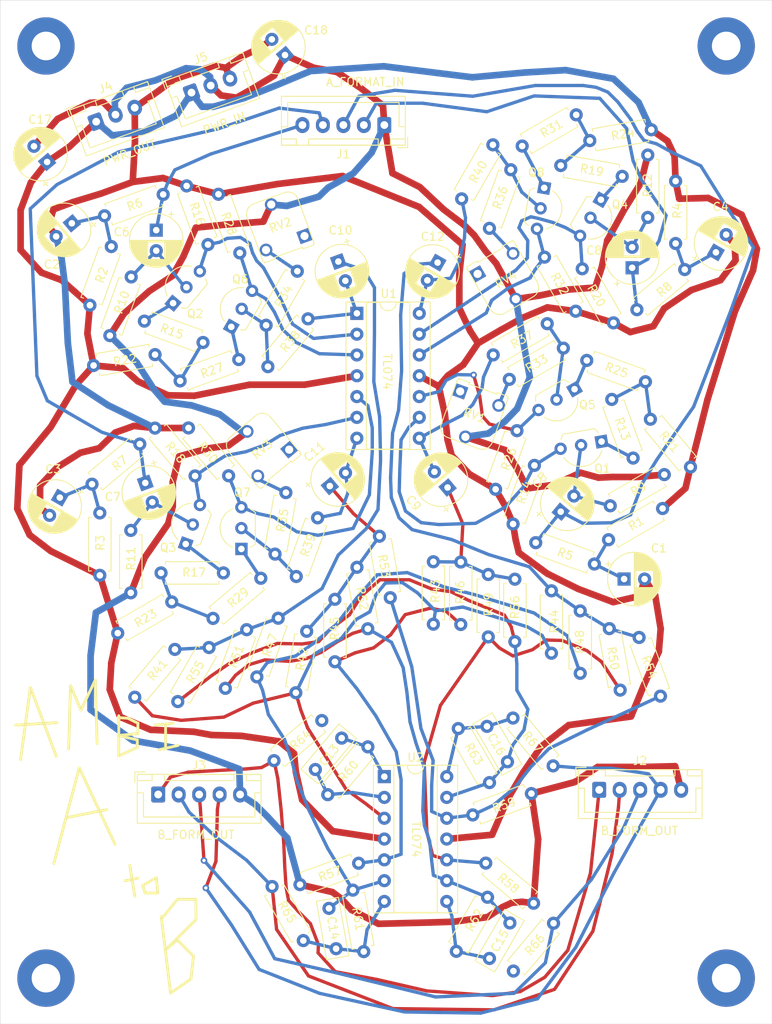
<source format=kicad_pcb>
(kicad_pcb (version 20171130) (host pcbnew "(5.1.2-1)-1")
  (layers (0 F.Cu signal) (31 B.Cu signal) (34 B.Paste user hide) (35 F.Paste user hide) (36 B.SilkS user) (37 F.SilkS user) (38 B.Mask user hide) (39 F.Mask user) (44 Edge.Cuts user))
  (net 0 "")
  (net 1 -9V)
  (net 2 "Net-(C1-Pad1)")
  (net 3 "Net-(C2-Pad1)")
  (net 4 "Net-(C3-Pad1)")
  (net 5 "Net-(C4-Pad1)")
  (net 6 "Net-(C5-Pad2)")
  (net 7 "Net-(C5-Pad1)")
  (net 8 "Net-(C6-Pad1)")
  (net 9 "Net-(C6-Pad2)")
  (net 10 "Net-(C7-Pad1)")
  (net 11 "Net-(C7-Pad2)")
  (net 12 "Net-(C8-Pad2)")
  (net 13 "Net-(C8-Pad1)")
  (net 14 "Net-(C9-Pad1)")
  (net 15 "Net-(C9-Pad2)")
  (net 16 "Net-(C10-Pad2)")
  (net 17 "Net-(C10-Pad1)")
  (net 18 "Net-(C11-Pad2)")
  (net 19 "Net-(C11-Pad1)")
  (net 20 "Net-(C12-Pad2)")
  (net 21 "Net-(C12-Pad1)")
  (net 22 "Net-(C13-Pad2)")
  (net 23 "Net-(C13-Pad1)")
  (net 24 "Net-(C14-Pad1)")
  (net 25 "Net-(C14-Pad2)")
  (net 26 "Net-(C15-Pad2)")
  (net 27 "Net-(C15-Pad1)")
  (net 28 "Net-(C16-Pad1)")
  (net 29 "Net-(C16-Pad2)")
  (net 30 +9V)
  (net 31 Earth)
  (net 32 "Net-(J2-Pad4)")
  (net 33 "Net-(J2-Pad3)")
  (net 34 "Net-(J2-Pad2)")
  (net 35 "Net-(J2-Pad1)")
  (net 36 "Net-(Q1-Pad1)")
  (net 37 "Net-(Q1-Pad3)")
  (net 38 "Net-(Q2-Pad3)")
  (net 39 "Net-(Q2-Pad1)")
  (net 40 "Net-(Q3-Pad3)")
  (net 41 "Net-(Q3-Pad1)")
  (net 42 "Net-(Q4-Pad3)")
  (net 43 "Net-(Q4-Pad1)")
  (net 44 "Net-(Q5-Pad2)")
  (net 45 "Net-(Q5-Pad3)")
  (net 46 "Net-(Q5-Pad1)")
  (net 47 "Net-(Q6-Pad1)")
  (net 48 "Net-(Q6-Pad3)")
  (net 49 "Net-(Q6-Pad2)")
  (net 50 "Net-(Q7-Pad1)")
  (net 51 "Net-(Q7-Pad3)")
  (net 52 "Net-(Q7-Pad2)")
  (net 53 "Net-(Q8-Pad1)")
  (net 54 "Net-(Q8-Pad3)")
  (net 55 "Net-(Q8-Pad2)")
  (net 56 "Net-(R13-Pad1)")
  (net 57 "Net-(R15-Pad1)")
  (net 58 "Net-(R17-Pad1)")
  (net 59 "Net-(R19-Pad1)")
  (net 60 "Net-(R33-Pad2)")
  (net 61 "Net-(R34-Pad2)")
  (net 62 "Net-(R35-Pad2)")
  (net 63 "Net-(R36-Pad2)")
  (net 64 "Net-(R41-Pad1)")
  (net 65 "Net-(R45-Pad1)")
  (net 66 "Net-(R49-Pad1)")
  (net 67 "Net-(R53-Pad1)")
  (net 68 "Net-(RV1-Pad1)")
  (net 69 "Net-(RV2-Pad1)")
  (net 70 "Net-(RV3-Pad1)")
  (net 71 "Net-(RV4-Pad1)")
  (module MountingHole:MountingHole_3.5mm_Pad (layer F.Cu) (at 17.78 131.572)
    (fp_text reference REF** hide)
    (fp_text value MountingHole_3.5mm_Pad hide)
    (pad 1 thru_hole circle (at 0 0) (size 7 7) (drill 3.5) (layers *.Cu *.Mask))
  )
  (module MountingHole:MountingHole_3.5mm_Pad (layer F.Cu) (at 100.838 131.572)
    (fp_text reference REF** hide)
    (fp_text value MountingHole_3.5mm_Pad hide)
    (pad 1 thru_hole circle (at 0 0) (size 7 7) (drill 3.5) (layers *.Cu *.Mask))
  )
  (module MountingHole:MountingHole_3.5mm_Pad (layer F.Cu) (at 100.838 17.78)
    (fp_text reference REF** hide)
    (fp_text value MountingHole_3.5mm_Pad hide)
    (pad 1 thru_hole circle (at 0 0) (size 7 7) (drill 3.5) (layers *.Cu *.Mask))
  )
  (module MountingHole:MountingHole_3.5mm_Pad (layer F.Cu) (at 17.78 17.78)
    (fp_text reference REF** hide)
    (fp_text value MountingHole_3.5mm_Pad hide)
    (pad 1 thru_hole circle (at 0 0) (size 7 7) (drill 3.5) (layers *.Cu *.Mask))
  )
  (module Resistor_THT:R_Axial_DIN0207_L6.3mm_D2.5mm_P7.62mm_Horizontal (layer F.Cu) (at 74.803 99.822 310)
    (fp_text reference R67 (at 3.772336 0.048575 130) (layer F.SilkS))
    (fp_text value 47R)
    (pad 1 thru_hole circle (at 0 0 310) (size 1.6 1.6) (drill 0.8) (layers *.Cu *.Mask) (net 28 "Net-(C16-Pad1)"))
    (pad 2 thru_hole oval (at 7.62 0 310) (size 1.6 1.6) (drill 0.8) (layers *.Cu *.Mask) (net 32 "Net-(J2-Pad4)"))
  )
  (module Capacitor_THT:CP_Radial_D6.3mm_P2.50mm (layer F.Cu) (at 46.9646 18.8849 130)
    (fp_text reference C18 (at -0.107519 4.850225 180) (layer F.SilkS))
    (fp_text value 22u)
    (pad 2 thru_hole circle (at 2.5 0 130) (size 1.6 1.6) (drill 0.8) (layers *.Cu *.Mask) (net 1 -9V))
    (pad 1 thru_hole rect (at 0 0 130) (size 1.6 1.6) (drill 0.8) (layers *.Cu *.Mask) (net 31 Earth))
  )
  (module Capacitor_THT:CP_Radial_D6.3mm_P2.50mm (layer F.Cu) (at 17.9197 31.9405 130)
    (fp_text reference C17 (at 4.506555 2.670678 180) (layer F.SilkS))
    (fp_text value 22u)
    (pad 2 thru_hole circle (at 2.5 0 130) (size 1.6 1.6) (drill 0.8) (layers *.Cu *.Mask) (net 31 Earth))
    (pad 1 thru_hole rect (at 0 0 130) (size 1.6 1.6) (drill 0.8) (layers *.Cu *.Mask) (net 30 +9V))
  )
  (module Capacitor_THT:CP_Radial_D6.3mm_P2.50mm (layer F.Cu) (at 88.369433 82.854518)
    (fp_text reference C1 (at 4.238967 -3.758918) (layer F.SilkS))
    (fp_text value 100u)
    (pad 2 thru_hole circle (at 2.5 0) (size 1.6 1.6) (drill 0.8) (layers *.Cu *.Mask) (net 1 -9V))
    (pad 1 thru_hole rect (at 0 0) (size 1.6 1.6) (drill 0.8) (layers *.Cu *.Mask) (net 2 "Net-(C1-Pad1)"))
  )
  (module Capacitor_THT:CP_Radial_D6.3mm_P2.50mm (layer F.Cu) (at 20.937003 39.422494 220)
    (fp_text reference C2 (at 5.105212 -2.279161) (layer F.SilkS))
    (fp_text value 100u)
    (pad 1 thru_hole rect (at 0 0 220) (size 1.6 1.6) (drill 0.8) (layers *.Cu *.Mask) (net 3 "Net-(C2-Pad1)"))
    (pad 2 thru_hole circle (at 2.5 0 220) (size 1.6 1.6) (drill 0.8) (layers *.Cu *.Mask) (net 1 -9V))
  )
  (module Capacitor_THT:CP_Radial_D6.3mm_P2.50mm (layer F.Cu) (at 19.472082 72.912827 240)
    (fp_text reference C3 (at -2.602898 2.430103) (layer F.SilkS))
    (fp_text value 100u)
    (pad 1 thru_hole rect (at 0 0 240) (size 1.6 1.6) (drill 0.8) (layers *.Cu *.Mask) (net 4 "Net-(C3-Pad1)"))
    (pad 2 thru_hole circle (at 2.5 0 240) (size 1.6 1.6) (drill 0.8) (layers *.Cu *.Mask) (net 1 -9V))
  )
  (module Capacitor_THT:CP_Radial_D6.3mm_P2.50mm (layer F.Cu) (at 99.576817 42.972418 60)
    (fp_text reference C4 (at 5.101249 -2.280813) (layer F.SilkS))
    (fp_text value 100u)
    (pad 1 thru_hole rect (at 0 0 60) (size 1.6 1.6) (drill 0.8) (layers *.Cu *.Mask) (net 5 "Net-(C4-Pad1)"))
    (pad 2 thru_hole circle (at 2.5 0 60) (size 1.6 1.6) (drill 0.8) (layers *.Cu *.Mask) (net 1 -9V))
  )
  (module Capacitor_THT:CP_Radial_D6.3mm_P2.50mm (layer F.Cu) (at 80.631222 74.632016 50)
    (fp_text reference C5 (at 1.25 -4.4 50) (layer F.SilkS))
    (fp_text value 10u)
    (pad 2 thru_hole circle (at 2.5 0 50) (size 1.6 1.6) (drill 0.8) (layers *.Cu *.Mask) (net 6 "Net-(C5-Pad2)"))
    (pad 1 thru_hole rect (at 0 0 50) (size 1.6 1.6) (drill 0.8) (layers *.Cu *.Mask) (net 7 "Net-(C5-Pad1)"))
  )
  (module Capacitor_THT:CP_Radial_D6.3mm_P2.50mm (layer F.Cu) (at 31.245078 40.265781 270)
    (fp_text reference C6 (at 0.221819 4.219478 180) (layer F.SilkS))
    (fp_text value 10u)
    (pad 1 thru_hole rect (at 0 0 270) (size 1.6 1.6) (drill 0.8) (layers *.Cu *.Mask) (net 8 "Net-(C6-Pad1)"))
    (pad 2 thru_hole circle (at 2.5 0 270) (size 1.6 1.6) (drill 0.8) (layers *.Cu *.Mask) (net 9 "Net-(C6-Pad2)"))
  )
  (module Capacitor_THT:CP_Radial_D6.3mm_P2.50mm (layer F.Cu) (at 29.905422 71.121259 290)
    (fp_text reference C7 (at 0.239474 4.314099 180) (layer F.SilkS))
    (fp_text value 10u)
    (pad 1 thru_hole rect (at 0 0 290) (size 1.6 1.6) (drill 0.8) (layers *.Cu *.Mask) (net 10 "Net-(C7-Pad1)"))
    (pad 2 thru_hole circle (at 2.5 0 290) (size 1.6 1.6) (drill 0.8) (layers *.Cu *.Mask) (net 11 "Net-(C7-Pad2)"))
  )
  (module Capacitor_THT:CP_Radial_D6.3mm_P2.50mm (layer F.Cu) (at 89.351921 44.85434 90)
    (fp_text reference C8 (at 2.10614 -4.642921) (layer F.SilkS))
    (fp_text value 10u)
    (pad 2 thru_hole circle (at 2.5 0 90) (size 1.6 1.6) (drill 0.8) (layers *.Cu *.Mask) (net 12 "Net-(C8-Pad2)"))
    (pad 1 thru_hole rect (at 0 0 90) (size 1.6 1.6) (drill 0.8) (layers *.Cu *.Mask) (net 13 "Net-(C8-Pad1)"))
  )
  (module Capacitor_THT:CP_Radial_D6.3mm_P2.50mm (layer F.Cu) (at 66.8147 71.6788 130)
    (fp_text reference C9 (at 1.25 -4.4 130) (layer F.SilkS))
    (fp_text value 47u)
    (pad 1 thru_hole rect (at 0 0 130) (size 1.6 1.6) (drill 0.8) (layers *.Cu *.Mask) (net 14 "Net-(C9-Pad1)"))
    (pad 2 thru_hole circle (at 2.5 0 130) (size 1.6 1.6) (drill 0.8) (layers *.Cu *.Mask) (net 15 "Net-(C9-Pad2)"))
  )
  (module Capacitor_THT:CP_Radial_D6.3mm_P2.50mm (layer F.Cu) (at 53.4797 44.0944 290)
    (fp_text reference C10 (at -3.489012 -1.553713) (layer F.SilkS))
    (fp_text value 47u)
    (pad 2 thru_hole circle (at 2.5 0 290) (size 1.6 1.6) (drill 0.8) (layers *.Cu *.Mask) (net 16 "Net-(C10-Pad2)"))
    (pad 1 thru_hole rect (at 0 0 290) (size 1.6 1.6) (drill 0.8) (layers *.Cu *.Mask) (net 17 "Net-(C10-Pad1)"))
  )
  (module Capacitor_THT:CP_Radial_D6.3mm_P2.50mm (layer F.Cu) (at 52.4383 71.501 40)
    (fp_text reference C11 (at 1.25 -4.4 40) (layer F.SilkS))
    (fp_text value 47u)
    (pad 2 thru_hole circle (at 2.5 0 40) (size 1.6 1.6) (drill 0.8) (layers *.Cu *.Mask) (net 18 "Net-(C11-Pad2)"))
    (pad 1 thru_hole rect (at 0 0 40) (size 1.6 1.6) (drill 0.8) (layers *.Cu *.Mask) (net 19 "Net-(C11-Pad1)"))
  )
  (module Capacitor_THT:CP_Radial_D6.3mm_P2.50mm (layer F.Cu) (at 65.5955 44.2214 240)
    (fp_text reference C12 (at -2.451181 2.104431) (layer F.SilkS))
    (fp_text value 47u)
    (pad 2 thru_hole circle (at 2.5 0 240) (size 1.6 1.6) (drill 0.8) (layers *.Cu *.Mask) (net 20 "Net-(C12-Pad2)"))
    (pad 1 thru_hole rect (at 0 0 240) (size 1.6 1.6) (drill 0.8) (layers *.Cu *.Mask) (net 21 "Net-(C12-Pad1)"))
  )
  (module Capacitor_THT:C_Rect_L7.0mm_W2.5mm_P5.00mm (layer F.Cu) (at 53.8861 102.2731 230)
    (fp_text reference C13 (at 2.593018 -0.169781 50) (layer F.SilkS))
    (fp_text value 100p)
    (pad 2 thru_hole circle (at 5 0 230) (size 1.6 1.6) (drill 0.8) (layers *.Cu *.Mask) (net 22 "Net-(C13-Pad2)"))
    (pad 1 thru_hole circle (at 0 0 230) (size 1.6 1.6) (drill 0.8) (layers *.Cu *.Mask) (net 23 "Net-(C13-Pad1)"))
  )
  (module Capacitor_THT:C_Rect_L7.0mm_W2.5mm_P5.00mm (layer F.Cu) (at 53.2003 127.9779 100)
    (fp_text reference C14 (at 2.552859 0.076156 100) (layer F.SilkS))
    (fp_text value 47p)
    (pad 1 thru_hole circle (at 0 0 100) (size 1.6 1.6) (drill 0.8) (layers *.Cu *.Mask) (net 24 "Net-(C14-Pad1)"))
    (pad 2 thru_hole circle (at 5 0 100) (size 1.6 1.6) (drill 0.8) (layers *.Cu *.Mask) (net 25 "Net-(C14-Pad2)"))
  )
  (module Capacitor_THT:C_Rect_L7.0mm_W2.5mm_P5.00mm (layer F.Cu) (at 71.926798 129.167786 60)
    (fp_text reference C15 (at 2.493362 0.033857 60) (layer F.SilkS))
    (fp_text value 47p)
    (pad 2 thru_hole circle (at 5 0 60) (size 1.6 1.6) (drill 0.8) (layers *.Cu *.Mask) (net 26 "Net-(C15-Pad2)"))
    (pad 1 thru_hole circle (at 0 0 60) (size 1.6 1.6) (drill 0.8) (layers *.Cu *.Mask) (net 27 "Net-(C15-Pad1)"))
  )
  (module Capacitor_THT:C_Rect_L7.0mm_W2.5mm_P5.00mm (layer F.Cu) (at 71.628 100.838 300)
    (fp_text reference C16 (at 2.463246 0.102333 120) (layer F.SilkS))
    (fp_text value 47p)
    (pad 1 thru_hole circle (at 0 0 300) (size 1.6 1.6) (drill 0.8) (layers *.Cu *.Mask) (net 28 "Net-(C16-Pad1)"))
    (pad 2 thru_hole circle (at 5 0 300) (size 1.6 1.6) (drill 0.8) (layers *.Cu *.Mask) (net 29 "Net-(C16-Pad2)"))
  )
  (module Connector_JST:JST_XH_B5B-XH-A_1x05_P2.50mm_Vertical (layer F.Cu) (at 59.0931 27.432 180)
    (fp_text reference J1 (at 5 -3.55) (layer F.SilkS))
    (fp_text value A_Format_In)
    (pad 1 thru_hole roundrect (at 0 0 180) (size 1.7 1.95) (drill 0.95) (layers *.Cu *.Mask) (roundrect_rratio 0.147059) (net 31 Earth))
    (pad 2 thru_hole oval (at 2.5 0 180) (size 1.7 1.95) (drill 0.95) (layers *.Cu *.Mask) (net 13 "Net-(C8-Pad1)"))
    (pad 3 thru_hole oval (at 5 0 180) (size 1.7 1.95) (drill 0.95) (layers *.Cu *.Mask) (net 7 "Net-(C5-Pad1)"))
    (pad 4 thru_hole oval (at 7.5 0 180) (size 1.7 1.95) (drill 0.95) (layers *.Cu *.Mask) (net 10 "Net-(C7-Pad1)"))
    (pad 5 thru_hole oval (at 10 0 180) (size 1.7 1.95) (drill 0.95) (layers *.Cu *.Mask) (net 8 "Net-(C6-Pad1)"))
  )
  (module Connector_JST:JST_XH_B5B-XH-A_1x05_P2.50mm_Vertical (layer F.Cu) (at 85.3313 108.585)
    (fp_text reference J2 (at 5 -3.55) (layer F.SilkS))
    (fp_text value B_Form_Out)
    (pad 5 thru_hole oval (at 10 0) (size 1.7 1.95) (drill 0.95) (layers *.Cu *.Mask) (net 31 Earth))
    (pad 4 thru_hole oval (at 7.5 0) (size 1.7 1.95) (drill 0.95) (layers *.Cu *.Mask) (net 32 "Net-(J2-Pad4)"))
    (pad 3 thru_hole oval (at 5 0) (size 1.7 1.95) (drill 0.95) (layers *.Cu *.Mask) (net 33 "Net-(J2-Pad3)"))
    (pad 2 thru_hole oval (at 2.5 0) (size 1.7 1.95) (drill 0.95) (layers *.Cu *.Mask) (net 34 "Net-(J2-Pad2)"))
    (pad 1 thru_hole roundrect (at 0 0) (size 1.7 1.95) (drill 0.95) (layers *.Cu *.Mask) (roundrect_rratio 0.147059) (net 35 "Net-(J2-Pad1)"))
  )
  (module Connector_JST:JST_XH_B5B-XH-A_1x05_P2.50mm_Vertical (layer F.Cu) (at 31.4833 109.1565)
    (fp_text reference J3 (at 5 -3.55) (layer F.SilkS))
    (fp_text value B_Form_Out)
    (pad 1 thru_hole roundrect (at 0 0) (size 1.7 1.95) (drill 0.95) (layers *.Cu *.Mask) (roundrect_rratio 0.147059) (net 35 "Net-(J2-Pad1)"))
    (pad 2 thru_hole oval (at 2.5 0) (size 1.7 1.95) (drill 0.95) (layers *.Cu *.Mask) (net 34 "Net-(J2-Pad2)"))
    (pad 3 thru_hole oval (at 5 0) (size 1.7 1.95) (drill 0.95) (layers *.Cu *.Mask) (net 33 "Net-(J2-Pad3)"))
    (pad 4 thru_hole oval (at 7.5 0) (size 1.7 1.95) (drill 0.95) (layers *.Cu *.Mask) (net 32 "Net-(J2-Pad4)"))
    (pad 5 thru_hole oval (at 10 0) (size 1.7 1.95) (drill 0.95) (layers *.Cu *.Mask) (net 31 Earth))
  )
  (module Connector_JST:JST_XH_B3B-XH-A_1x03_P2.50mm_Vertical (layer F.Cu) (at 23.9141 27.0256 20)
    (fp_text reference J4 (at 2.5 -3.55 20) (layer F.SilkS))
    (fp_text value PWR_OUT)
    (pad 1 thru_hole roundrect (at 0 0 20) (size 1.7 1.95) (drill 0.95) (layers *.Cu *.Mask) (roundrect_rratio 0.147059) (net 30 +9V))
    (pad 2 thru_hole oval (at 2.5 0 20) (size 1.7 1.95) (drill 0.95) (layers *.Cu *.Mask) (net 31 Earth))
    (pad 3 thru_hole oval (at 5 0 20) (size 1.7 1.95) (drill 0.95) (layers *.Cu *.Mask) (net 1 -9V))
  )
  (module Connector_JST:JST_XH_B3B-XH-A_1x03_P2.50mm_Vertical (layer F.Cu) (at 35.5473 23.4696 20)
    (fp_text reference J5 (at 2.5 -3.55 20) (layer F.SilkS))
    (fp_text value PWR_IN)
    (pad 3 thru_hole oval (at 5 0 20) (size 1.7 1.95) (drill 0.95) (layers *.Cu *.Mask) (net 1 -9V))
    (pad 2 thru_hole oval (at 2.5 0 20) (size 1.7 1.95) (drill 0.95) (layers *.Cu *.Mask) (net 31 Earth))
    (pad 1 thru_hole roundrect (at 0 0 20) (size 1.7 1.95) (drill 0.95) (layers *.Cu *.Mask) (roundrect_rratio 0.147059) (net 30 +9V))
  )
  (module Package_TO_SOT_THT:TO-92L_Inline_Wide (layer F.Cu) (at 85.618949 66.067837 190)
    (fp_text reference Q1 (at 0.468523 -3.267851) (layer F.SilkS))
    (fp_text value 2N4403)
    (pad 1 thru_hole rect (at 0 0 280) (size 1.5 1.5) (drill 0.8) (layers *.Cu *.Mask) (net 36 "Net-(Q1-Pad1)"))
    (pad 3 thru_hole circle (at 5.08 0 280) (size 1.5 1.5) (drill 0.8) (layers *.Cu *.Mask) (net 37 "Net-(Q1-Pad3)"))
    (pad 2 thru_hole circle (at 2.54 0 280) (size 1.5 1.5) (drill 0.8) (layers *.Cu *.Mask) (net 6 "Net-(C5-Pad2)"))
  )
  (module Package_TO_SOT_THT:TO-92L_Inline_Wide (layer F.Cu) (at 33.2994 49.1744 50)
    (fp_text reference Q2 (at 0.738307 2.895165) (layer F.SilkS))
    (fp_text value 2N4403)
    (pad 2 thru_hole circle (at 2.54 0 140) (size 1.5 1.5) (drill 0.8) (layers *.Cu *.Mask) (net 9 "Net-(C6-Pad2)"))
    (pad 3 thru_hole circle (at 5.08 0 140) (size 1.5 1.5) (drill 0.8) (layers *.Cu *.Mask) (net 38 "Net-(Q2-Pad3)"))
    (pad 1 thru_hole rect (at 0 0 140) (size 1.5 1.5) (drill 0.8) (layers *.Cu *.Mask) (net 39 "Net-(Q2-Pad1)"))
  )
  (module Package_TO_SOT_THT:TO-92L_Inline_Wide (layer F.Cu) (at 34.841502 78.584466 70)
    (fp_text reference Q3 (at -1.14463 -1.873182) (layer F.SilkS))
    (fp_text value 2N4403)
    (pad 2 thru_hole circle (at 2.54 0 160) (size 1.5 1.5) (drill 0.8) (layers *.Cu *.Mask) (net 11 "Net-(C7-Pad2)"))
    (pad 3 thru_hole circle (at 5.08 0 160) (size 1.5 1.5) (drill 0.8) (layers *.Cu *.Mask) (net 40 "Net-(Q3-Pad3)"))
    (pad 1 thru_hole rect (at 0 0 160) (size 1.5 1.5) (drill 0.8) (layers *.Cu *.Mask) (net 41 "Net-(Q3-Pad1)"))
  )
  (module Package_TO_SOT_THT:TO-92L_Inline_Wide (layer F.Cu) (at 85.534985 36.551529 240)
    (fp_text reference Q4 (at -0.65668 -2.303945) (layer F.SilkS))
    (fp_text value 2N4403)
    (pad 2 thru_hole circle (at 2.54 0 330) (size 1.5 1.5) (drill 0.8) (layers *.Cu *.Mask) (net 12 "Net-(C8-Pad2)"))
    (pad 3 thru_hole circle (at 5.08 0 330) (size 1.5 1.5) (drill 0.8) (layers *.Cu *.Mask) (net 42 "Net-(Q4-Pad3)"))
    (pad 1 thru_hole rect (at 0 0 330) (size 1.5 1.5) (drill 0.8) (layers *.Cu *.Mask) (net 43 "Net-(Q4-Pad1)"))
  )
  (module Package_TO_SOT_THT:TO-92L_Inline_Wide (layer F.Cu) (at 82.317431 59.676402 210)
    (fp_text reference Q5 (at -0.385958 -2.438239) (layer F.SilkS))
    (fp_text value 2N4403)
    (pad 2 thru_hole circle (at 2.54 0 300) (size 1.5 1.5) (drill 0.8) (layers *.Cu *.Mask) (net 44 "Net-(Q5-Pad2)"))
    (pad 3 thru_hole circle (at 5.08 0 300) (size 1.5 1.5) (drill 0.8) (layers *.Cu *.Mask) (net 45 "Net-(Q5-Pad3)"))
    (pad 1 thru_hole rect (at 0 0 300) (size 1.5 1.5) (drill 0.8) (layers *.Cu *.Mask) (net 46 "Net-(Q5-Pad1)"))
  )
  (module Package_TO_SOT_THT:TO-92L_Inline_Wide (layer F.Cu) (at 40.406247 52.068253 60)
    (fp_text reference Q6 (at 5.584487 -1.957091) (layer F.SilkS))
    (fp_text value 2N4403)
    (pad 1 thru_hole rect (at 0 0 150) (size 1.5 1.5) (drill 0.8) (layers *.Cu *.Mask) (net 47 "Net-(Q6-Pad1)"))
    (pad 3 thru_hole circle (at 5.08 0 150) (size 1.5 1.5) (drill 0.8) (layers *.Cu *.Mask) (net 48 "Net-(Q6-Pad3)"))
    (pad 2 thru_hole circle (at 2.54 0 150) (size 1.5 1.5) (drill 0.8) (layers *.Cu *.Mask) (net 49 "Net-(Q6-Pad2)"))
  )
  (module Package_TO_SOT_THT:TO-92L_Inline_Wide (layer F.Cu) (at 41.640525 79.179304 90)
    (fp_text reference Q7 (at 6.890904 0.117075 180) (layer F.SilkS))
    (fp_text value 2N4403)
    (pad 1 thru_hole rect (at 0 0 180) (size 1.5 1.5) (drill 0.8) (layers *.Cu *.Mask) (net 50 "Net-(Q7-Pad1)"))
    (pad 3 thru_hole circle (at 5.08 0 180) (size 1.5 1.5) (drill 0.8) (layers *.Cu *.Mask) (net 51 "Net-(Q7-Pad3)"))
    (pad 2 thru_hole circle (at 2.54 0 180) (size 1.5 1.5) (drill 0.8) (layers *.Cu *.Mask) (net 52 "Net-(Q7-Pad2)"))
  )
  (module Package_TO_SOT_THT:TO-92L_Inline_Wide (layer F.Cu) (at 78.612719 35.098544 260)
    (fp_text reference Q8 (at -1.679297 1.27591) (layer F.SilkS))
    (fp_text value 2N4403)
    (pad 1 thru_hole rect (at 0 0 350) (size 1.5 1.5) (drill 0.8) (layers *.Cu *.Mask) (net 53 "Net-(Q8-Pad1)"))
    (pad 3 thru_hole circle (at 5.08 0 350) (size 1.5 1.5) (drill 0.8) (layers *.Cu *.Mask) (net 54 "Net-(Q8-Pad3)"))
    (pad 2 thru_hole circle (at 2.54 0 350) (size 1.5 1.5) (drill 0.8) (layers *.Cu *.Mask) (net 55 "Net-(Q8-Pad2)"))
  )
  (module Resistor_THT:R_Axial_DIN0207_L6.3mm_D2.5mm_P7.62mm_Horizontal (layer F.Cu) (at 86.467699 78.053764 30)
    (fp_text reference R1 (at 3.910707 -0.029341 30) (layer F.SilkS))
    (fp_text value 2k2)
    (pad 2 thru_hole oval (at 7.62 0 30) (size 1.6 1.6) (drill 0.8) (layers *.Cu *.Mask) (net 30 +9V))
    (pad 1 thru_hole circle (at 0 0 30) (size 1.6 1.6) (drill 0.8) (layers *.Cu *.Mask) (net 2 "Net-(C1-Pad1)"))
  )
  (module Resistor_THT:R_Axial_DIN0207_L6.3mm_D2.5mm_P7.62mm_Horizontal (layer F.Cu) (at 25.755394 42.263863 250)
    (fp_text reference R2 (at 3.671121 -0.093013 70) (layer F.SilkS))
    (fp_text value 2k2)
    (pad 2 thru_hole oval (at 7.62 0 250) (size 1.6 1.6) (drill 0.8) (layers *.Cu *.Mask) (net 30 +9V))
    (pad 1 thru_hole circle (at 0 0 250) (size 1.6 1.6) (drill 0.8) (layers *.Cu *.Mask) (net 3 "Net-(C2-Pad1)"))
  )
  (module Resistor_THT:R_Axial_DIN0207_L6.3mm_D2.5mm_P7.62mm_Horizontal (layer F.Cu) (at 24.35666 74.782502 270)
    (fp_text reference R3 (at 3.652698 -0.05274 90) (layer F.SilkS))
    (fp_text value 2k2)
    (pad 1 thru_hole circle (at 0 0 270) (size 1.6 1.6) (drill 0.8) (layers *.Cu *.Mask) (net 4 "Net-(C3-Pad1)"))
    (pad 2 thru_hole oval (at 7.62 0 270) (size 1.6 1.6) (drill 0.8) (layers *.Cu *.Mask) (net 30 +9V))
  )
  (module Resistor_THT:R_Axial_DIN0207_L6.3mm_D2.5mm_P7.62mm_Horizontal (layer F.Cu) (at 94.659147 41.893129 90)
    (fp_text reference R4 (at 3.996329 0.209853 90) (layer F.SilkS))
    (fp_text value 2k2)
    (pad 1 thru_hole circle (at 0 0 90) (size 1.6 1.6) (drill 0.8) (layers *.Cu *.Mask) (net 5 "Net-(C4-Pad1)"))
    (pad 2 thru_hole oval (at 7.62 0 90) (size 1.6 1.6) (drill 0.8) (layers *.Cu *.Mask) (net 30 +9V))
  )
  (module Resistor_THT:R_Axial_DIN0207_L6.3mm_D2.5mm_P7.62mm_Horizontal (layer F.Cu) (at 77.57899 78.413544 340)
    (fp_text reference R5 (at 3.858861 0.078162 160) (layer F.SilkS))
    (fp_text value 2k2)
    (pad 2 thru_hole oval (at 7.62 0 340) (size 1.6 1.6) (drill 0.8) (layers *.Cu *.Mask) (net 2 "Net-(C1-Pad1)"))
    (pad 1 thru_hole circle (at 0 0 340) (size 1.6 1.6) (drill 0.8) (layers *.Cu *.Mask) (net 7 "Net-(C5-Pad1)"))
  )
  (module Resistor_THT:R_Axial_DIN0207_L6.3mm_D2.5mm_P7.62mm_Horizontal (layer F.Cu) (at 32.090118 35.903694 200)
    (fp_text reference R6 (at 3.685144 0.004137 20) (layer F.SilkS))
    (fp_text value 2k2)
    (pad 2 thru_hole oval (at 7.62 0 200) (size 1.6 1.6) (drill 0.8) (layers *.Cu *.Mask) (net 3 "Net-(C2-Pad1)"))
    (pad 1 thru_hole circle (at 0 0 200) (size 1.6 1.6) (drill 0.8) (layers *.Cu *.Mask) (net 8 "Net-(C6-Pad1)"))
  )
  (module Resistor_THT:R_Axial_DIN0207_L6.3mm_D2.5mm_P7.62mm_Horizontal (layer F.Cu) (at 29.238886 66.375373 220)
    (fp_text reference R7 (at 3.369334 -0.216516 40) (layer F.SilkS))
    (fp_text value 2k2)
    (pad 1 thru_hole circle (at 0 0 220) (size 1.6 1.6) (drill 0.8) (layers *.Cu *.Mask) (net 10 "Net-(C7-Pad1)"))
    (pad 2 thru_hole oval (at 7.62 0 220) (size 1.6 1.6) (drill 0.8) (layers *.Cu *.Mask) (net 4 "Net-(C3-Pad1)"))
  )
  (module Resistor_THT:R_Axial_DIN0207_L6.3mm_D2.5mm_P7.62mm_Horizontal (layer F.Cu) (at 89.931909 49.971263 40)
    (fp_text reference R8 (at 4.165447 0.26661 40) (layer F.SilkS))
    (fp_text value 2k2)
    (pad 1 thru_hole circle (at 0 0 40) (size 1.6 1.6) (drill 0.8) (layers *.Cu *.Mask) (net 13 "Net-(C8-Pad1)"))
    (pad 2 thru_hole oval (at 7.62 0 40) (size 1.6 1.6) (drill 0.8) (layers *.Cu *.Mask) (net 5 "Net-(C4-Pad1)"))
  )
  (module Resistor_THT:R_Axial_DIN0207_L6.3mm_D2.5mm_P7.62mm_Horizontal (layer F.Cu) (at 86.677247 73.913335 30)
    (fp_text reference R9 (at 3.996486 -0.038211 30) (layer F.SilkS))
    (fp_text value 15k)
    (pad 2 thru_hole oval (at 7.62 0 30) (size 1.6 1.6) (drill 0.8) (layers *.Cu *.Mask) (net 31 Earth))
    (pad 1 thru_hole circle (at 0 0 30) (size 1.6 1.6) (drill 0.8) (layers *.Cu *.Mask) (net 6 "Net-(C5-Pad2)"))
  )
  (module Resistor_THT:R_Axial_DIN0207_L6.3mm_D2.5mm_P7.62mm_Horizontal (layer F.Cu) (at 28.186964 45.973963 250)
    (fp_text reference R10 (at 3.300477 0.007592 70) (layer F.SilkS))
    (fp_text value 15k)
    (pad 1 thru_hole circle (at 0 0 250) (size 1.6 1.6) (drill 0.8) (layers *.Cu *.Mask) (net 9 "Net-(C6-Pad2)"))
    (pad 2 thru_hole oval (at 7.62 0 250) (size 1.6 1.6) (drill 0.8) (layers *.Cu *.Mask) (net 31 Earth))
  )
  (module Resistor_THT:R_Axial_DIN0207_L6.3mm_D2.5mm_P7.62mm_Horizontal (layer F.Cu) (at 28.1364 76.916098 270)
    (fp_text reference R11 (at 3.449502 -0.0322 90) (layer F.SilkS))
    (fp_text value 15k)
    (pad 1 thru_hole circle (at 0 0 270) (size 1.6 1.6) (drill 0.8) (layers *.Cu *.Mask) (net 11 "Net-(C7-Pad2)"))
    (pad 2 thru_hole oval (at 7.62 0 270) (size 1.6 1.6) (drill 0.8) (layers *.Cu *.Mask) (net 31 Earth))
  )
  (module Resistor_THT:R_Axial_DIN0207_L6.3mm_D2.5mm_P7.62mm_Horizontal (layer F.Cu) (at 91.259605 38.711048 90)
    (fp_text reference R12 (at 3.913048 -0.022805 90) (layer F.SilkS))
    (fp_text value 15k)
    (pad 1 thru_hole circle (at 0 0 90) (size 1.6 1.6) (drill 0.8) (layers *.Cu *.Mask) (net 12 "Net-(C8-Pad2)"))
    (pad 2 thru_hole oval (at 7.62 0 90) (size 1.6 1.6) (drill 0.8) (layers *.Cu *.Mask) (net 31 Earth))
  )
  (module Resistor_THT:R_Axial_DIN0207_L6.3mm_D2.5mm_P7.62mm_Horizontal (layer F.Cu) (at 86.863359 60.92553 290)
    (fp_text reference R13 (at 3.818578 0.006374 110) (layer F.SilkS))
    (fp_text value 100R)
    (pad 2 thru_hole oval (at 7.62 0 290) (size 1.6 1.6) (drill 0.8) (layers *.Cu *.Mask) (net 36 "Net-(Q1-Pad1)"))
    (pad 1 thru_hole circle (at 0 0 290) (size 1.6 1.6) (drill 0.8) (layers *.Cu *.Mask) (net 56 "Net-(R13-Pad1)"))
  )
  (module Resistor_THT:R_Axial_DIN0207_L6.3mm_D2.5mm_P7.62mm_Horizontal (layer F.Cu) (at 74.812824 76.13633 70)
    (fp_text reference R14 (at 4.105494 -0.045106 70) (layer F.SilkS))
    (fp_text value 18k)
    (pad 2 thru_hole oval (at 7.62 0 70) (size 1.6 1.6) (drill 0.8) (layers *.Cu *.Mask) (net 37 "Net-(Q1-Pad3)"))
    (pad 1 thru_hole circle (at 0 0 70) (size 1.6 1.6) (drill 0.8) (layers *.Cu *.Mask) (net 1 -9V))
  )
  (module Resistor_THT:R_Axial_DIN0207_L6.3mm_D2.5mm_P7.62mm_Horizontal (layer F.Cu) (at 36.957 53.975 160)
    (fp_text reference R15 (at 4.040656 -0.038083 160) (layer F.SilkS))
    (fp_text value 100R)
    (pad 2 thru_hole oval (at 7.62 0 160) (size 1.6 1.6) (drill 0.8) (layers *.Cu *.Mask) (net 39 "Net-(Q2-Pad1)"))
    (pad 1 thru_hole circle (at 0 0 160) (size 1.6 1.6) (drill 0.8) (layers *.Cu *.Mask) (net 57 "Net-(R15-Pad1)"))
  )
  (module Resistor_THT:R_Axial_DIN0207_L6.3mm_D2.5mm_P7.62mm_Horizontal (layer F.Cu) (at 34.954301 34.861217 290)
    (fp_text reference R16 (at 3.628388 -0.053759 110) (layer F.SilkS))
    (fp_text value 18k)
    (pad 2 thru_hole oval (at 7.62 0 290) (size 1.6 1.6) (drill 0.8) (layers *.Cu *.Mask) (net 38 "Net-(Q2-Pad3)"))
    (pad 1 thru_hole circle (at 0 0 290) (size 1.6 1.6) (drill 0.8) (layers *.Cu *.Mask) (net 1 -9V))
  )
  (module Resistor_THT:R_Axial_DIN0207_L6.3mm_D2.5mm_P7.62mm_Horizontal (layer F.Cu) (at 31.828952 82.107017)
    (fp_text reference R17 (at 4.035848 -0.065017) (layer F.SilkS))
    (fp_text value 100R)
    (pad 1 thru_hole circle (at 0 0) (size 1.6 1.6) (drill 0.8) (layers *.Cu *.Mask) (net 58 "Net-(R17-Pad1)"))
    (pad 2 thru_hole oval (at 7.62 0) (size 1.6 1.6) (drill 0.8) (layers *.Cu *.Mask) (net 41 "Net-(Q3-Pad1)"))
  )
  (module Resistor_THT:R_Axial_DIN0207_L6.3mm_D2.5mm_P7.62mm_Horizontal (layer F.Cu) (at 31.086005 64.427569 310)
    (fp_text reference R18 (at 3.888238 0.008506 130) (layer F.SilkS))
    (fp_text value 18k)
    (pad 1 thru_hole circle (at 0 0 310) (size 1.6 1.6) (drill 0.8) (layers *.Cu *.Mask) (net 1 -9V))
    (pad 2 thru_hole oval (at 7.62 0 310) (size 1.6 1.6) (drill 0.8) (layers *.Cu *.Mask) (net 40 "Net-(Q3-Pad3)"))
  )
  (module Resistor_THT:R_Axial_DIN0207_L6.3mm_D2.5mm_P7.62mm_Horizontal (layer F.Cu) (at 80.636066 32.372873 350)
    (fp_text reference R19 (at 3.835042 -0.096487 170) (layer F.SilkS))
    (fp_text value 100R)
    (pad 1 thru_hole circle (at 0 0 350) (size 1.6 1.6) (drill 0.8) (layers *.Cu *.Mask) (net 59 "Net-(R19-Pad1)"))
    (pad 2 thru_hole oval (at 7.62 0 350) (size 1.6 1.6) (drill 0.8) (layers *.Cu *.Mask) (net 43 "Net-(Q4-Pad1)"))
  )
  (module Resistor_THT:R_Axial_DIN0207_L6.3mm_D2.5mm_P7.62mm_Horizontal (layer F.Cu) (at 87.068959 51.577787 120)
    (fp_text reference R20 (at 3.913567 -0.142923 120) (layer F.SilkS))
    (fp_text value 18k)
    (pad 1 thru_hole circle (at 0 0 120) (size 1.6 1.6) (drill 0.8) (layers *.Cu *.Mask) (net 1 -9V))
    (pad 2 thru_hole oval (at 7.62 0 120) (size 1.6 1.6) (drill 0.8) (layers *.Cu *.Mask) (net 42 "Net-(Q4-Pad3)"))
  )
  (module Resistor_THT:R_Axial_DIN0207_L6.3mm_D2.5mm_P7.62mm_Horizontal (layer F.Cu) (at 91.578205 63.344379 310)
    (fp_text reference R21 (at 3.598744 -0.016144 130) (layer F.SilkS))
    (fp_text value 15k)
    (pad 2 thru_hole oval (at 7.62 0 310) (size 1.6 1.6) (drill 0.8) (layers *.Cu *.Mask) (net 30 +9V))
    (pad 1 thru_hole circle (at 0 0 310) (size 1.6 1.6) (drill 0.8) (layers *.Cu *.Mask) (net 56 "Net-(R13-Pad1)"))
  )
  (module Resistor_THT:R_Axial_DIN0207_L6.3mm_D2.5mm_P7.62mm_Horizontal (layer F.Cu) (at 31.097653 55.456304 190)
    (fp_text reference R22 (at 3.727644 -0.030866 10) (layer F.SilkS))
    (fp_text value 15k)
    (pad 2 thru_hole oval (at 7.62 0 190) (size 1.6 1.6) (drill 0.8) (layers *.Cu *.Mask) (net 30 +9V))
    (pad 1 thru_hole circle (at 0 0 190) (size 1.6 1.6) (drill 0.8) (layers *.Cu *.Mask) (net 57 "Net-(R15-Pad1)"))
  )
  (module Resistor_THT:R_Axial_DIN0207_L6.3mm_D2.5mm_P7.62mm_Horizontal (layer F.Cu) (at 33.141827 85.647411 210)
    (fp_text reference R23 (at 3.771142 -0.141356 30) (layer F.SilkS))
    (fp_text value 15k)
    (pad 1 thru_hole circle (at 0 0 210) (size 1.6 1.6) (drill 0.8) (layers *.Cu *.Mask) (net 58 "Net-(R17-Pad1)"))
    (pad 2 thru_hole oval (at 7.62 0 210) (size 1.6 1.6) (drill 0.8) (layers *.Cu *.Mask) (net 30 +9V))
  )
  (module Resistor_THT:R_Axial_DIN0207_L6.3mm_D2.5mm_P7.62mm_Horizontal (layer F.Cu) (at 84.1836 29.329826 10)
    (fp_text reference R24 (at 4.104851 -0.068466 10) (layer F.SilkS))
    (fp_text value 15k)
    (pad 1 thru_hole circle (at 0 0 10) (size 1.6 1.6) (drill 0.8) (layers *.Cu *.Mask) (net 59 "Net-(R19-Pad1)"))
    (pad 2 thru_hole oval (at 7.62 0 10) (size 1.6 1.6) (drill 0.8) (layers *.Cu *.Mask) (net 30 +9V))
  )
  (module Resistor_THT:R_Axial_DIN0207_L6.3mm_D2.5mm_P7.62mm_Horizontal (layer F.Cu) (at 83.811475 56.165668 340)
    (fp_text reference R25 (at 3.827322 -0.129286 160) (layer F.SilkS))
    (fp_text value 100R)
    (pad 1 thru_hole circle (at 0 0 340) (size 1.6 1.6) (drill 0.8) (layers *.Cu *.Mask) (net 46 "Net-(Q5-Pad1)"))
    (pad 2 thru_hole oval (at 7.62 0 340) (size 1.6 1.6) (drill 0.8) (layers *.Cu *.Mask) (net 56 "Net-(R13-Pad1)"))
  )
  (module Resistor_THT:R_Axial_DIN0207_L6.3mm_D2.5mm_P7.62mm_Horizontal (layer F.Cu) (at 75.284918 64.739266 250)
    (fp_text reference R26 (at 3.589658 -0.25308 70) (layer F.SilkS))
    (fp_text value 18k)
    (pad 1 thru_hole circle (at 0 0 250) (size 1.6 1.6) (drill 0.8) (layers *.Cu *.Mask) (net 45 "Net-(Q5-Pad3)"))
    (pad 2 thru_hole oval (at 7.62 0 250) (size 1.6 1.6) (drill 0.8) (layers *.Cu *.Mask) (net 1 -9V))
  )
  (module Resistor_THT:R_Axial_DIN0207_L6.3mm_D2.5mm_P7.62mm_Horizontal (layer F.Cu) (at 41.318853 56.06091 200)
    (fp_text reference R27 (at 3.531833 -0.143805 20) (layer F.SilkS))
    (fp_text value 100R)
    (pad 1 thru_hole circle (at 0 0 200) (size 1.6 1.6) (drill 0.8) (layers *.Cu *.Mask) (net 47 "Net-(Q6-Pad1)"))
    (pad 2 thru_hole oval (at 7.62 0 200) (size 1.6 1.6) (drill 0.8) (layers *.Cu *.Mask) (net 57 "Net-(R15-Pad1)"))
  )
  (module Resistor_THT:R_Axial_DIN0207_L6.3mm_D2.5mm_P7.62mm_Horizontal (layer F.Cu) (at 41.445219 43.040462 110)
    (fp_text reference R28 (at 3.811468 -0.037268 110) (layer F.SilkS))
    (fp_text value 18k)
    (pad 1 thru_hole circle (at 0 0 110) (size 1.6 1.6) (drill 0.8) (layers *.Cu *.Mask) (net 48 "Net-(Q6-Pad3)"))
    (pad 2 thru_hole oval (at 7.62 0 110) (size 1.6 1.6) (drill 0.8) (layers *.Cu *.Mask) (net 1 -9V))
  )
  (module Resistor_THT:R_Axial_DIN0207_L6.3mm_D2.5mm_P7.62mm_Horizontal (layer F.Cu) (at 44.013736 82.758378 220)
    (fp_text reference R29 (at 3.632516 -0.028831 40) (layer F.SilkS))
    (fp_text value 100R)
    (pad 2 thru_hole oval (at 7.62 0 220) (size 1.6 1.6) (drill 0.8) (layers *.Cu *.Mask) (net 58 "Net-(R17-Pad1)"))
    (pad 1 thru_hole circle (at 0 0 220) (size 1.6 1.6) (drill 0.8) (layers *.Cu *.Mask) (net 50 "Net-(Q7-Pad1)"))
  )
  (module Resistor_THT:R_Axial_DIN0207_L6.3mm_D2.5mm_P7.62mm_Horizontal (layer F.Cu) (at 40.07844 70.244429 130)
    (fp_text reference R30 (at 3.800979 -0.122731 130) (layer F.SilkS))
    (fp_text value 18k)
    (pad 2 thru_hole oval (at 7.62 0 130) (size 1.6 1.6) (drill 0.8) (layers *.Cu *.Mask) (net 1 -9V))
    (pad 1 thru_hole circle (at 0 0 130) (size 1.6 1.6) (drill 0.8) (layers *.Cu *.Mask) (net 51 "Net-(Q7-Pad3)"))
  )
  (module Resistor_THT:R_Axial_DIN0207_L6.3mm_D2.5mm_P7.62mm_Horizontal (layer F.Cu) (at 75.922132 29.995283 30)
    (fp_text reference R31 (at 4.165998 -0.055984 30) (layer F.SilkS))
    (fp_text value 100R)
    (pad 2 thru_hole oval (at 7.62 0 30) (size 1.6 1.6) (drill 0.8) (layers *.Cu *.Mask) (net 59 "Net-(R19-Pad1)"))
    (pad 1 thru_hole circle (at 0 0 30) (size 1.6 1.6) (drill 0.8) (layers *.Cu *.Mask) (net 53 "Net-(Q8-Pad1)"))
  )
  (module Resistor_THT:R_Axial_DIN0207_L6.3mm_D2.5mm_P7.62mm_Horizontal (layer F.Cu) (at 78.647929 43.55728 300)
    (fp_text reference R32 (at 3.753879 0.007931 120) (layer F.SilkS))
    (fp_text value 18k)
    (pad 2 thru_hole oval (at 7.62 0 300) (size 1.6 1.6) (drill 0.8) (layers *.Cu *.Mask) (net 1 -9V))
    (pad 1 thru_hole circle (at 0 0 300) (size 1.6 1.6) (drill 0.8) (layers *.Cu *.Mask) (net 54 "Net-(Q8-Pad3)"))
  )
  (module Resistor_THT:R_Axial_DIN0207_L6.3mm_D2.5mm_P7.62mm_Horizontal (layer F.Cu) (at 80.951768 54.66531 210)
    (fp_text reference R33 (at 3.754871 0.002708 30) (layer F.SilkS))
    (fp_text value 100R)
    (pad 2 thru_hole oval (at 7.62 0 210) (size 1.6 1.6) (drill 0.8) (layers *.Cu *.Mask) (net 60 "Net-(R33-Pad2)"))
    (pad 1 thru_hole circle (at 0 0 210) (size 1.6 1.6) (drill 0.8) (layers *.Cu *.Mask) (net 44 "Net-(Q5-Pad2)"))
  )
  (module Resistor_THT:R_Axial_DIN0207_L6.3mm_D2.5mm_P7.62mm_Horizontal (layer F.Cu) (at 44.659524 51.871693 60)
    (fp_text reference R34 (at 4.116168 0.109226 60) (layer F.SilkS))
    (fp_text value 100R)
    (pad 2 thru_hole oval (at 7.62 0 60) (size 1.6 1.6) (drill 0.8) (layers *.Cu *.Mask) (net 61 "Net-(R34-Pad2)"))
    (pad 1 thru_hole circle (at 0 0 60) (size 1.6 1.6) (drill 0.8) (layers *.Cu *.Mask) (net 49 "Net-(Q6-Pad2)"))
  )
  (module Resistor_THT:R_Axial_DIN0207_L6.3mm_D2.5mm_P7.62mm_Horizontal (layer F.Cu) (at 45.750136 79.809284 80)
    (fp_text reference R35 (at 4.212695 0.180885 80) (layer F.SilkS))
    (fp_text value 100R)
    (pad 1 thru_hole circle (at 0 0 80) (size 1.6 1.6) (drill 0.8) (layers *.Cu *.Mask) (net 52 "Net-(Q7-Pad2)"))
    (pad 2 thru_hole oval (at 7.62 0 80) (size 1.6 1.6) (drill 0.8) (layers *.Cu *.Mask) (net 62 "Net-(R35-Pad2)"))
  )
  (module Resistor_THT:R_Axial_DIN0207_L6.3mm_D2.5mm_P7.62mm_Horizontal (layer F.Cu) (at 74.533508 32.884657 250)
    (fp_text reference R36 (at 3.643932 0.035767 70) (layer F.SilkS))
    (fp_text value 100R)
    (pad 1 thru_hole circle (at 0 0 250) (size 1.6 1.6) (drill 0.8) (layers *.Cu *.Mask) (net 55 "Net-(Q8-Pad2)"))
    (pad 2 thru_hole oval (at 7.62 0 250) (size 1.6 1.6) (drill 0.8) (layers *.Cu *.Mask) (net 63 "Net-(R36-Pad2)"))
  )
  (module Resistor_THT:R_Axial_DIN0207_L6.3mm_D2.5mm_P7.62mm_Horizontal (layer F.Cu) (at 78.984397 51.678714 210)
    (fp_text reference R37 (at 3.645666 -0.136085 30) (layer F.SilkS))
    (fp_text value 2k2)
    (pad 1 thru_hole circle (at 0 0 210) (size 1.6 1.6) (drill 0.8) (layers *.Cu *.Mask) (net 44 "Net-(Q5-Pad2)"))
    (pad 2 thru_hole oval (at 7.62 0 210) (size 1.6 1.6) (drill 0.8) (layers *.Cu *.Mask) (net 15 "Net-(C9-Pad2)"))
  )
  (module Resistor_THT:R_Axial_DIN0207_L6.3mm_D2.5mm_P7.62mm_Horizontal (layer F.Cu) (at 44.878021 56.927888 50)
    (fp_text reference R38 (at 4.108728 0.105137 50) (layer F.SilkS))
    (fp_text value 2k2)
    (pad 1 thru_hole circle (at 0 0 50) (size 1.6 1.6) (drill 0.8) (layers *.Cu *.Mask) (net 49 "Net-(Q6-Pad2)"))
    (pad 2 thru_hole oval (at 7.62 0 50) (size 1.6 1.6) (drill 0.8) (layers *.Cu *.Mask) (net 16 "Net-(C10-Pad2)"))
  )
  (module Resistor_THT:R_Axial_DIN0207_L6.3mm_D2.5mm_P7.62mm_Horizontal (layer F.Cu) (at 48.341621 82.542057 70)
    (fp_text reference R39 (at 4.066088 0.055013 70) (layer F.SilkS))
    (fp_text value 2k2)
    (pad 2 thru_hole oval (at 7.62 0 70) (size 1.6 1.6) (drill 0.8) (layers *.Cu *.Mask) (net 18 "Net-(C11-Pad2)"))
    (pad 1 thru_hole circle (at 0 0 70) (size 1.6 1.6) (drill 0.8) (layers *.Cu *.Mask) (net 52 "Net-(Q7-Pad2)"))
  )
  (module Resistor_THT:R_Axial_DIN0207_L6.3mm_D2.5mm_P7.62mm_Horizontal (layer F.Cu) (at 72.347502 29.844803 240)
    (fp_text reference R40 (at 3.752937 -0.104116 60) (layer F.SilkS))
    (fp_text value 2k2)
    (pad 2 thru_hole oval (at 7.62 0 240) (size 1.6 1.6) (drill 0.8) (layers *.Cu *.Mask) (net 20 "Net-(C12-Pad2)"))
    (pad 1 thru_hole circle (at 0 0 240) (size 1.6 1.6) (drill 0.8) (layers *.Cu *.Mask) (net 55 "Net-(Q8-Pad2)"))
  )
  (module Resistor_THT:R_Axial_DIN0207_L6.3mm_D2.5mm_P7.62mm_Horizontal (layer F.Cu) (at 28.6243 97.278334 50)
    (fp_text reference R41 (at 4.326714 -0.014435 50) (layer F.SilkS))
    (fp_text value 10k)
    (pad 1 thru_hole circle (at 0 0 50) (size 1.6 1.6) (drill 0.8) (layers *.Cu *.Mask) (net 64 "Net-(R41-Pad1)"))
    (pad 2 thru_hole oval (at 7.62 0 50) (size 1.6 1.6) (drill 0.8) (layers *.Cu *.Mask) (net 17 "Net-(C10-Pad1)"))
  )
  (module Resistor_THT:R_Axial_DIN0207_L6.3mm_D2.5mm_P7.62mm_Horizontal (layer F.Cu) (at 48.289454 96.736091 80)
    (fp_text reference R42 (at 4.196598 0.029665 80) (layer F.SilkS))
    (fp_text value 10k)
    (pad 2 thru_hole oval (at 7.62 0 80) (size 1.6 1.6) (drill 0.8) (layers *.Cu *.Mask) (net 19 "Net-(C11-Pad1)"))
    (pad 1 thru_hole circle (at 0 0 80) (size 1.6 1.6) (drill 0.8) (layers *.Cu *.Mask) (net 64 "Net-(R41-Pad1)"))
  )
  (module Resistor_THT:R_Axial_DIN0207_L6.3mm_D2.5mm_P7.62mm_Horizontal (layer F.Cu) (at 65.080095 88.362215 90)
    (fp_text reference R43 (at 4.034215 0.248705 90) (layer F.SilkS))
    (fp_text value 10k)
    (pad 1 thru_hole circle (at 0 0 90) (size 1.6 1.6) (drill 0.8) (layers *.Cu *.Mask) (net 64 "Net-(R41-Pad1)"))
    (pad 2 thru_hole oval (at 7.62 0 90) (size 1.6 1.6) (drill 0.8) (layers *.Cu *.Mask) (net 14 "Net-(C9-Pad1)"))
  )
  (module Resistor_THT:R_Axial_DIN0207_L6.3mm_D2.5mm_P7.62mm_Horizontal (layer F.Cu) (at 79.49728 91.909212 90)
    (fp_text reference R44 (at 3.872812 0.33492 90) (layer F.SilkS))
    (fp_text value 10k)
    (pad 2 thru_hole oval (at 7.62 0 90) (size 1.6 1.6) (drill 0.8) (layers *.Cu *.Mask) (net 21 "Net-(C12-Pad1)"))
    (pad 1 thru_hole circle (at 0 0 90) (size 1.6 1.6) (drill 0.8) (layers *.Cu *.Mask) (net 64 "Net-(R41-Pad1)"))
  )
  (module Resistor_THT:R_Axial_DIN0207_L6.3mm_D2.5mm_P7.62mm_Horizontal (layer F.Cu) (at 53.0606 92.9513 90)
    (fp_text reference R45 (at 4.0513 -0.0254 90) (layer F.SilkS))
    (fp_text value 10k)
    (pad 1 thru_hole circle (at 0 0 90) (size 1.6 1.6) (drill 0.8) (layers *.Cu *.Mask) (net 65 "Net-(R45-Pad1)"))
    (pad 2 thru_hole oval (at 7.62 0 90) (size 1.6 1.6) (drill 0.8) (layers *.Cu *.Mask) (net 19 "Net-(C11-Pad1)"))
  )
  (module Resistor_THT:R_Axial_DIN0207_L6.3mm_D2.5mm_P7.62mm_Horizontal (layer F.Cu) (at 68.42676 88.397798 90)
    (fp_text reference R46 (at 3.917398 -0.07536 90) (layer F.SilkS))
    (fp_text value 10k)
    (pad 2 thru_hole oval (at 7.62 0 90) (size 1.6 1.6) (drill 0.8) (layers *.Cu *.Mask) (net 14 "Net-(C9-Pad1)"))
    (pad 1 thru_hole circle (at 0 0 90) (size 1.6 1.6) (drill 0.8) (layers *.Cu *.Mask) (net 65 "Net-(R45-Pad1)"))
  )
  (module Resistor_THT:R_Axial_DIN0207_L6.3mm_D2.5mm_P7.62mm_Horizontal (layer F.Cu) (at 43.529063 94.796915 70)
    (fp_text reference R47 (at 4.181369 0.18796 70) (layer F.SilkS))
    (fp_text value 10k)
    (pad 2 thru_hole oval (at 7.62 0 70) (size 1.6 1.6) (drill 0.8) (layers *.Cu *.Mask) (net 17 "Net-(C10-Pad1)"))
    (pad 1 thru_hole circle (at 0 0 70) (size 1.6 1.6) (drill 0.8) (layers *.Cu *.Mask) (net 25 "Net-(C14-Pad2)"))
  )
  (module Resistor_THT:R_Axial_DIN0207_L6.3mm_D2.5mm_P7.62mm_Horizontal (layer F.Cu) (at 83.009898 94.363509 90)
    (fp_text reference R48 (at 3.837909 -0.053498 90) (layer F.SilkS))
    (fp_text value 10k)
    (pad 2 thru_hole oval (at 7.62 0 90) (size 1.6 1.6) (drill 0.8) (layers *.Cu *.Mask) (net 21 "Net-(C12-Pad1)"))
    (pad 1 thru_hole circle (at 0 0 90) (size 1.6 1.6) (drill 0.8) (layers *.Cu *.Mask) (net 25 "Net-(C14-Pad2)"))
  )
  (module Resistor_THT:R_Axial_DIN0207_L6.3mm_D2.5mm_P7.62mm_Horizontal (layer F.Cu) (at 71.782459 89.918006 90)
    (fp_text reference R49 (at 3.964406 0.023341 90) (layer F.SilkS))
    (fp_text value 10k)
    (pad 2 thru_hole oval (at 7.62 0 90) (size 1.6 1.6) (drill 0.8) (layers *.Cu *.Mask) (net 14 "Net-(C9-Pad1)"))
    (pad 1 thru_hole circle (at 0 0 90) (size 1.6 1.6) (drill 0.8) (layers *.Cu *.Mask) (net 66 "Net-(R49-Pad1)"))
  )
  (module Resistor_THT:R_Axial_DIN0207_L6.3mm_D2.5mm_P7.62mm_Horizontal (layer F.Cu) (at 87.887608 96.409152 100)
    (fp_text reference R50 (at 3.968641 -0.180808 100) (layer F.SilkS))
    (fp_text value 10k)
    (pad 1 thru_hole circle (at 0 0 100) (size 1.6 1.6) (drill 0.8) (layers *.Cu *.Mask) (net 66 "Net-(R49-Pad1)"))
    (pad 2 thru_hole oval (at 7.62 0 100) (size 1.6 1.6) (drill 0.8) (layers *.Cu *.Mask) (net 21 "Net-(C12-Pad1)"))
  )
  (module Resistor_THT:R_Axial_DIN0207_L6.3mm_D2.5mm_P7.62mm_Horizontal (layer F.Cu) (at 39.682205 96.19439 70)
    (fp_text reference R51 (at 4.114042 -0.072673 70) (layer F.SilkS))
    (fp_text value 10k)
    (pad 2 thru_hole oval (at 7.62 0 70) (size 1.6 1.6) (drill 0.8) (layers *.Cu *.Mask) (net 17 "Net-(C10-Pad1)"))
    (pad 1 thru_hole circle (at 0 0 70) (size 1.6 1.6) (drill 0.8) (layers *.Cu *.Mask) (net 26 "Net-(C15-Pad2)"))
  )
  (module Resistor_THT:R_Axial_DIN0207_L6.3mm_D2.5mm_P7.62mm_Horizontal (layer F.Cu) (at 57.0738 88.9254 100)
    (fp_text reference R52 (at 3.771149 -0.031424 100) (layer F.SilkS))
    (fp_text value 10k)
    (pad 1 thru_hole circle (at 0 0 100) (size 1.6 1.6) (drill 0.8) (layers *.Cu *.Mask) (net 26 "Net-(C15-Pad2)"))
    (pad 2 thru_hole oval (at 7.62 0 100) (size 1.6 1.6) (drill 0.8) (layers *.Cu *.Mask) (net 19 "Net-(C11-Pad1)"))
  )
  (module Resistor_THT:R_Axial_DIN0207_L6.3mm_D2.5mm_P7.62mm_Horizontal (layer F.Cu) (at 59.817 85.1281 100)
    (fp_text reference R53 (at 3.946973 -0.077797 100) (layer F.SilkS))
    (fp_text value 10k)
    (pad 1 thru_hole circle (at 0 0 100) (size 1.6 1.6) (drill 0.8) (layers *.Cu *.Mask) (net 67 "Net-(R53-Pad1)"))
    (pad 2 thru_hole oval (at 7.62 0 100) (size 1.6 1.6) (drill 0.8) (layers *.Cu *.Mask) (net 19 "Net-(C11-Pad1)"))
  )
  (module Resistor_THT:R_Axial_DIN0207_L6.3mm_D2.5mm_P7.62mm_Horizontal (layer F.Cu) (at 92.809107 97.146257 110)
    (fp_text reference R54 (at 3.801593 -0.073306 110) (layer F.SilkS))
    (fp_text value 10k)
    (pad 1 thru_hole circle (at 0 0 110) (size 1.6 1.6) (drill 0.8) (layers *.Cu *.Mask) (net 67 "Net-(R53-Pad1)"))
    (pad 2 thru_hole oval (at 7.62 0 110) (size 1.6 1.6) (drill 0.8) (layers *.Cu *.Mask) (net 21 "Net-(C12-Pad1)"))
  )
  (module Resistor_THT:R_Axial_DIN0207_L6.3mm_D2.5mm_P7.62mm_Horizontal (layer F.Cu) (at 33.876793 97.811549 60)
    (fp_text reference R55 (at 4.190449 0.052172 60) (layer F.SilkS))
    (fp_text value 10k)
    (pad 2 thru_hole oval (at 7.62 0 60) (size 1.6 1.6) (drill 0.8) (layers *.Cu *.Mask) (net 17 "Net-(C10-Pad1)"))
    (pad 1 thru_hole circle (at 0 0 60) (size 1.6 1.6) (drill 0.8) (layers *.Cu *.Mask) (net 29 "Net-(C16-Pad2)"))
  )
  (module Resistor_THT:R_Axial_DIN0207_L6.3mm_D2.5mm_P7.62mm_Horizontal (layer F.Cu) (at 75.034294 90.491391 90)
    (fp_text reference R56 (at 4.182191 0.022706 90) (layer F.SilkS))
    (fp_text value 10k)
    (pad 2 thru_hole oval (at 7.62 0 90) (size 1.6 1.6) (drill 0.8) (layers *.Cu *.Mask) (net 14 "Net-(C9-Pad1)"))
    (pad 1 thru_hole circle (at 0 0 90) (size 1.6 1.6) (drill 0.8) (layers *.Cu *.Mask) (net 29 "Net-(C16-Pad2)"))
  )
  (module Resistor_THT:R_Axial_DIN0207_L6.3mm_D2.5mm_P7.62mm_Horizontal (layer F.Cu) (at 48.7934 120.1547 20)
    (fp_text reference R57 (at 3.884416 0.021761 20) (layer F.SilkS))
    (fp_text value 56k)
    (pad 1 thru_hole circle (at 0 0 20) (size 1.6 1.6) (drill 0.8) (layers *.Cu *.Mask) (net 31 Earth))
    (pad 2 thru_hole oval (at 7.62 0 20) (size 1.6 1.6) (drill 0.8) (layers *.Cu *.Mask) (net 65 "Net-(R45-Pad1)"))
  )
  (module Resistor_THT:R_Axial_DIN0207_L6.3mm_D2.5mm_P7.62mm_Horizontal (layer F.Cu) (at 77.3176 122.428 140)
    (fp_text reference R58 (at 3.921734 -0.107621 140) (layer F.SilkS))
    (fp_text value 56k)
    (pad 2 thru_hole oval (at 7.62 0 140) (size 1.6 1.6) (drill 0.8) (layers *.Cu *.Mask) (net 66 "Net-(R49-Pad1)"))
    (pad 1 thru_hole circle (at 0 0 140) (size 1.6 1.6) (drill 0.8) (layers *.Cu *.Mask) (net 31 Earth))
  )
  (module Resistor_THT:R_Axial_DIN0207_L6.3mm_D2.5mm_P7.62mm_Horizontal (layer F.Cu) (at 77.0509 109.0422 200)
    (fp_text reference R59 (at 3.625157 -0.194237 20) (layer F.SilkS))
    (fp_text value 56k)
    (pad 1 thru_hole circle (at 0 0 200) (size 1.6 1.6) (drill 0.8) (layers *.Cu *.Mask) (net 31 Earth))
    (pad 2 thru_hole oval (at 7.62 0 200) (size 1.6 1.6) (drill 0.8) (layers *.Cu *.Mask) (net 67 "Net-(R53-Pad1)"))
  )
  (module Resistor_THT:R_Axial_DIN0207_L6.3mm_D2.5mm_P7.62mm_Horizontal (layer F.Cu) (at 57.0865 103.3399 230)
    (fp_text reference R60 (at 3.793358 -0.082794 50) (layer F.SilkS))
    (fp_text value 20k)
    (pad 1 thru_hole circle (at 0 0 230) (size 1.6 1.6) (drill 0.8) (layers *.Cu *.Mask) (net 23 "Net-(C13-Pad1)"))
    (pad 2 thru_hole oval (at 7.62 0 230) (size 1.6 1.6) (drill 0.8) (layers *.Cu *.Mask) (net 22 "Net-(C13-Pad2)"))
  )
  (module Resistor_THT:R_Axial_DIN0207_L6.3mm_D2.5mm_P7.62mm_Horizontal (layer F.Cu) (at 56.5785 128.3335 100)
    (fp_text reference R61 (at 4.056606 0.031805 100) (layer F.SilkS))
    (fp_text value 56k)
    (pad 2 thru_hole oval (at 7.62 0 100) (size 1.6 1.6) (drill 0.8) (layers *.Cu *.Mask) (net 25 "Net-(C14-Pad2)"))
    (pad 1 thru_hole circle (at 0 0 100) (size 1.6 1.6) (drill 0.8) (layers *.Cu *.Mask) (net 24 "Net-(C14-Pad1)"))
  )
  (module Resistor_THT:R_Axial_DIN0207_L6.3mm_D2.5mm_P7.62mm_Horizontal (layer F.Cu) (at 67.882257 128.299138 60)
    (fp_text reference R62 (at 4.391668 0.029917 60) (layer F.SilkS))
    (fp_text value 56k)
    (pad 2 thru_hole oval (at 7.62 0 60) (size 1.6 1.6) (drill 0.8) (layers *.Cu *.Mask) (net 26 "Net-(C15-Pad2)"))
    (pad 1 thru_hole circle (at 0 0 60) (size 1.6 1.6) (drill 0.8) (layers *.Cu *.Mask) (net 27 "Net-(C15-Pad1)"))
  )
  (module Resistor_THT:R_Axial_DIN0207_L6.3mm_D2.5mm_P7.62mm_Horizontal (layer F.Cu) (at 68.122362 101.105874 300)
    (fp_text reference R63 (at 3.64634 -0.094995 120) (layer F.SilkS))
    (fp_text value 56k)
    (pad 2 thru_hole oval (at 7.62 0 300) (size 1.6 1.6) (drill 0.8) (layers *.Cu *.Mask) (net 29 "Net-(C16-Pad2)"))
    (pad 1 thru_hole circle (at 0 0 300) (size 1.6 1.6) (drill 0.8) (layers *.Cu *.Mask) (net 28 "Net-(C16-Pad1)"))
  )
  (module Resistor_THT:R_Axial_DIN0207_L6.3mm_D2.5mm_P7.62mm_Horizontal (layer F.Cu) (at 51.4604 100.1268 220)
    (fp_text reference R64 (at 3.519388 -0.163674 40) (layer F.SilkS))
    (fp_text value 47R)
    (pad 1 thru_hole circle (at 0 0 220) (size 1.6 1.6) (drill 0.8) (layers *.Cu *.Mask) (net 23 "Net-(C13-Pad1)"))
    (pad 2 thru_hole oval (at 7.62 0 220) (size 1.6 1.6) (drill 0.8) (layers *.Cu *.Mask) (net 35 "Net-(J2-Pad1)"))
  )
  (module Resistor_THT:R_Axial_DIN0207_L6.3mm_D2.5mm_P7.62mm_Horizontal (layer F.Cu) (at 49.1998 126.9873 120)
    (fp_text reference R65 (at 4.015194 0.03048 120) (layer F.SilkS))
    (fp_text value 47R)
    (pad 1 thru_hole circle (at 0 0 120) (size 1.6 1.6) (drill 0.8) (layers *.Cu *.Mask) (net 24 "Net-(C14-Pad1)"))
    (pad 2 thru_hole oval (at 7.62 0 120) (size 1.6 1.6) (drill 0.8) (layers *.Cu *.Mask) (net 34 "Net-(J2-Pad2)"))
  )
  (module Resistor_THT:R_Axial_DIN0207_L6.3mm_D2.5mm_P7.62mm_Horizontal (layer F.Cu) (at 74.8538 130.7084 50)
    (fp_text reference R66 (at 4.152767 -0.069379 50) (layer F.SilkS))
    (fp_text value 47R)
    (pad 2 thru_hole oval (at 7.62 0 50) (size 1.6 1.6) (drill 0.8) (layers *.Cu *.Mask) (net 33 "Net-(J2-Pad3)"))
    (pad 1 thru_hole circle (at 0 0 50) (size 1.6 1.6) (drill 0.8) (layers *.Cu *.Mask) (net 27 "Net-(C15-Pad1)"))
  )
  (module Potentiometer_THT:Potentiometer_Runtron_RM-065_Vertical (layer F.Cu) (at 68.352965 59.945711 340)
    (fp_text reference RV1 (at 2.652578 2.168213 160) (layer F.SilkS))
    (fp_text value 100R)
    (pad 2 thru_hole circle (at 2.5 5 340) (size 1.55 1.55) (drill 1) (layers *.Cu *.Mask) (net 31 Earth))
    (pad 1 thru_hole rect (at 0 0 340) (size 1.55 1.55) (drill 1) (layers *.Cu *.Mask) (net 68 "Net-(RV1-Pad1)"))
    (pad 3 thru_hole circle (at 5 0 340) (size 1.55 1.55) (drill 1) (layers *.Cu *.Mask) (net 60 "Net-(R33-Pad2)"))
  )
  (module Potentiometer_THT:Potentiometer_Runtron_RM-065_Vertical (layer F.Cu) (at 49.343659 40.976568 200)
    (fp_text reference RV2 (at 2.306766 2.251937 20) (layer F.SilkS))
    (fp_text value 100R)
    (pad 3 thru_hole circle (at 5 0 200) (size 1.55 1.55) (drill 1) (layers *.Cu *.Mask) (net 61 "Net-(R34-Pad2)"))
    (pad 1 thru_hole rect (at 0 0 200) (size 1.55 1.55) (drill 1) (layers *.Cu *.Mask) (net 69 "Net-(RV2-Pad1)"))
    (pad 2 thru_hole circle (at 2.5 5 200) (size 1.55 1.55) (drill 1) (layers *.Cu *.Mask) (net 31 Earth))
  )
  (module Potentiometer_THT:Potentiometer_Runtron_RM-065_Vertical (layer F.Cu) (at 47.4726 67.056 220)
    (fp_text reference RV3 (at 2.493694 2.125615 40) (layer F.SilkS))
    (fp_text value 100R)
    (pad 2 thru_hole circle (at 2.5 5 220) (size 1.55 1.55) (drill 1) (layers *.Cu *.Mask) (net 31 Earth))
    (pad 1 thru_hole rect (at 0 0 220) (size 1.55 1.55) (drill 1) (layers *.Cu *.Mask) (net 70 "Net-(RV3-Pad1)"))
    (pad 3 thru_hole circle (at 5 0 220) (size 1.55 1.55) (drill 1) (layers *.Cu *.Mask) (net 62 "Net-(R35-Pad2)"))
  )
  (module Potentiometer_THT:Potentiometer_Runtron_RM-065_Vertical (layer F.Cu) (at 70.482198 45.601322 30)
    (fp_text reference RV4 (at 2.642586 2.337311 30) (layer F.SilkS))
    (fp_text value 100R)
    (pad 3 thru_hole circle (at 5 0 30) (size 1.55 1.55) (drill 1) (layers *.Cu *.Mask) (net 63 "Net-(R36-Pad2)"))
    (pad 1 thru_hole rect (at 0 0 30) (size 1.55 1.55) (drill 1) (layers *.Cu *.Mask) (net 71 "Net-(RV4-Pad1)"))
    (pad 2 thru_hole circle (at 2.5 5 30) (size 1.55 1.55) (drill 1) (layers *.Cu *.Mask) (net 31 Earth))
  )
  (module Package_DIP:DIP-14_W7.62mm_Socket (layer F.Cu) (at 55.7403 50.419)
    (fp_text reference U1 (at 3.8989 -2.3876) (layer F.SilkS))
    (fp_text value TL074)
    (pad 14 thru_hole oval (at 7.62 0) (size 1.6 1.6) (drill 0.8) (layers *.Cu *.Mask) (net 20 "Net-(C12-Pad2)"))
    (pad 7 thru_hole oval (at 0 15.24) (size 1.6 1.6) (drill 0.8) (layers *.Cu *.Mask) (net 18 "Net-(C11-Pad2)"))
    (pad 13 thru_hole oval (at 7.62 2.54) (size 1.6 1.6) (drill 0.8) (layers *.Cu *.Mask) (net 42 "Net-(Q4-Pad3)"))
    (pad 6 thru_hole oval (at 0 12.7) (size 1.6 1.6) (drill 0.8) (layers *.Cu *.Mask) (net 40 "Net-(Q3-Pad3)"))
    (pad 12 thru_hole oval (at 7.62 5.08) (size 1.6 1.6) (drill 0.8) (layers *.Cu *.Mask) (net 54 "Net-(Q8-Pad3)"))
    (pad 5 thru_hole oval (at 0 10.16) (size 1.6 1.6) (drill 0.8) (layers *.Cu *.Mask) (net 51 "Net-(Q7-Pad3)"))
    (pad 11 thru_hole oval (at 7.62 7.62) (size 1.6 1.6) (drill 0.8) (layers *.Cu *.Mask) (net 1 -9V))
    (pad 4 thru_hole oval (at 0 7.62) (size 1.6 1.6) (drill 0.8) (layers *.Cu *.Mask) (net 30 +9V))
    (pad 10 thru_hole oval (at 7.62 10.16) (size 1.6 1.6) (drill 0.8) (layers *.Cu *.Mask) (net 45 "Net-(Q5-Pad3)"))
    (pad 3 thru_hole oval (at 0 5.08) (size 1.6 1.6) (drill 0.8) (layers *.Cu *.Mask) (net 48 "Net-(Q6-Pad3)"))
    (pad 9 thru_hole oval (at 7.62 12.7) (size 1.6 1.6) (drill 0.8) (layers *.Cu *.Mask) (net 37 "Net-(Q1-Pad3)"))
    (pad 2 thru_hole oval (at 0 2.54) (size 1.6 1.6) (drill 0.8) (layers *.Cu *.Mask) (net 38 "Net-(Q2-Pad3)"))
    (pad 8 thru_hole oval (at 7.62 15.24) (size 1.6 1.6) (drill 0.8) (layers *.Cu *.Mask) (net 15 "Net-(C9-Pad2)"))
    (pad 1 thru_hole rect (at 0 0) (size 1.6 1.6) (drill 0.8) (layers *.Cu *.Mask) (net 16 "Net-(C10-Pad2)"))
  )
  (module Package_DIP:DIP-14_W7.62mm_Socket (layer F.Cu) (at 59.0931 106.9721)
    (fp_text reference U2 (at 3.81 -2.33) (layer F.SilkS))
    (fp_text value TL074)
    (pad 1 thru_hole rect (at 0 0) (size 1.6 1.6) (drill 0.8) (layers *.Cu *.Mask) (net 23 "Net-(C13-Pad1)"))
    (pad 8 thru_hole oval (at 7.62 15.24) (size 1.6 1.6) (drill 0.8) (layers *.Cu *.Mask) (net 27 "Net-(C15-Pad1)"))
    (pad 2 thru_hole oval (at 0 2.54) (size 1.6 1.6) (drill 0.8) (layers *.Cu *.Mask) (net 22 "Net-(C13-Pad2)"))
    (pad 9 thru_hole oval (at 7.62 12.7) (size 1.6 1.6) (drill 0.8) (layers *.Cu *.Mask) (net 26 "Net-(C15-Pad2)"))
    (pad 3 thru_hole oval (at 0 5.08) (size 1.6 1.6) (drill 0.8) (layers *.Cu *.Mask) (net 64 "Net-(R41-Pad1)"))
    (pad 10 thru_hole oval (at 7.62 10.16) (size 1.6 1.6) (drill 0.8) (layers *.Cu *.Mask) (net 66 "Net-(R49-Pad1)"))
    (pad 4 thru_hole oval (at 0 7.62) (size 1.6 1.6) (drill 0.8) (layers *.Cu *.Mask) (net 30 +9V))
    (pad 11 thru_hole oval (at 7.62 7.62) (size 1.6 1.6) (drill 0.8) (layers *.Cu *.Mask) (net 1 -9V))
    (pad 5 thru_hole oval (at 0 10.16) (size 1.6 1.6) (drill 0.8) (layers *.Cu *.Mask) (net 65 "Net-(R45-Pad1)"))
    (pad 12 thru_hole oval (at 7.62 5.08) (size 1.6 1.6) (drill 0.8) (layers *.Cu *.Mask) (net 67 "Net-(R53-Pad1)"))
    (pad 6 thru_hole oval (at 0 12.7) (size 1.6 1.6) (drill 0.8) (layers *.Cu *.Mask) (net 25 "Net-(C14-Pad2)"))
    (pad 13 thru_hole oval (at 7.62 2.54) (size 1.6 1.6) (drill 0.8) (layers *.Cu *.Mask) (net 29 "Net-(C16-Pad2)"))
    (pad 7 thru_hole oval (at 0 15.24) (size 1.6 1.6) (drill 0.8) (layers *.Cu *.Mask) (net 24 "Net-(C14-Pad1)"))
    (pad 14 thru_hole oval (at 7.62 0) (size 1.6 1.6) (drill 0.8) (layers *.Cu *.Mask) (net 28 "Net-(C16-Pad1)"))
  )
  (gr_line (start 33.8328 121.9454) (end 32.004 124.206) (layer F.SilkS) (width 0.35))
  (gr_line (start 36.0934 121.9454) (end 33.8328 121.9454) (layer F.SilkS) (width 0.35))
  (gr_line (start 36.0934 124.4346) (end 36.0934 121.9454) (layer F.SilkS) (width 0.35))
  (gr_line (start 32.4612 128.0414) (end 36.0934 124.4346) (layer F.SilkS) (width 0.35))
  (gr_line (start 33.8328 126.9238) (end 32.4612 128.0414) (layer F.SilkS) (width 0.35))
  (gr_line (start 35.7886 128.8796) (end 33.8328 126.9238) (layer F.SilkS) (width 0.35))
  (gr_line (start 35.4838 131.6736) (end 35.7886 128.8796) (layer F.SilkS) (width 0.35))
  (gr_line (start 32.9946 133.4008) (end 35.4838 131.6736) (layer F.SilkS) (width 0.35))
  (gr_line (start 31.8516 124.0536) (end 32.9946 133.4008) (layer F.SilkS) (width 0.35))
  (gr_line (start 31.4198 121.1834) (end 31.2674 119.3038) (layer F.SilkS) (width 0.35))
  (gr_line (start 29.8958 121.1834) (end 31.4198 121.1834) (layer F.SilkS) (width 0.35))
  (gr_line (start 29.591 120.269) (end 29.8958 121.1834) (layer F.SilkS) (width 0.35))
  (gr_line (start 31.115 119.38) (end 29.591 120.269) (layer F.SilkS) (width 0.35))
  (gr_line (start 27.4066 119.6848) (end 29.0068 119.38) (layer F.SilkS) (width 0.35))
  (gr_line (start 28.0162 117.7798) (end 28.6258 121.5644) (layer F.SilkS) (width 0.35))
  (gr_line (start 20.2438 111.9886) (end 25.2222 110.998) (layer F.SilkS) (width 0.35))
  (gr_line (start 21.844 105.8926) (end 26.2128 115.2398) (layer F.SilkS) (width 0.35))
  (gr_line (start 18.7452 117.5766) (end 21.844 105.8926) (layer F.SilkS) (width 0.35))
  (gr_line (start 31.623 103.6828) (end 33.8836 103.1748) (layer F.SilkS) (width 0.35))
  (gr_line (start 31.115 100.6856) (end 33.2994 100.457) (layer F.SilkS) (width 0.35))
  (gr_line (start 32.385 100.5332) (end 32.385 103.6066) (layer F.SilkS) (width 0.35))
  (gr_line (start 27.7876 99.8474) (end 26.5938 99.7712) (layer F.SilkS) (width 0.35))
  (gr_line (start 29.0068 100.457) (end 27.7876 99.8474) (layer F.SilkS) (width 0.35))
  (gr_line (start 29.0068 101.727) (end 29.0068 100.457) (layer F.SilkS) (width 0.35))
  (gr_line (start 26.5938 101.9556) (end 29.0068 101.727) (layer F.SilkS) (width 0.35))
  (gr_line (start 28.9306 102.489) (end 26.5938 101.9556) (layer F.SilkS) (width 0.35))
  (gr_line (start 28.9306 103.4034) (end 28.9306 102.489) (layer F.SilkS) (width 0.35))
  (gr_line (start 26.67 104.4448) (end 28.9306 103.4034) (layer F.SilkS) (width 0.35))
  (gr_line (start 26.67 99.5426) (end 26.67 104.4448) (layer F.SilkS) (width 0.35))
  (gr_line (start 23.7998 95.1738) (end 24.0284 102.9462) (layer F.SilkS) (width 0.35))
  (gr_line (start 22.0472 98.8568) (end 23.7998 95.1738) (layer F.SilkS) (width 0.35))
  (gr_line (start 20.7772 95.8596) (end 22.0472 98.8568) (layer F.SilkS) (width 0.35))
  (gr_line (start 20.5486 103.6066) (end 20.7772 95.8596) (layer F.SilkS) (width 0.35))
  (gr_line (start 14.0716 100.6856) (end 19.1262 100.3808) (layer F.SilkS) (width 0.35))
  (gr_line (start 15.875 96.0882) (end 19.05 104.521) (layer F.SilkS) (width 0.35))
  (gr_line (start 14.6812 104.902) (end 15.875 96.0882) (layer F.SilkS) (width 0.35))
  (gr_text B_FORM_OUT (at 90.2462 113.5888) (layer F.SilkS) (effects (font (size 1 1))))
  (gr_text B_FORM_OUT (at 36.0934 114.0714) (layer F.SilkS) (effects (font (size 1 1))))
  (gr_text A_FORMAT_IN (at 56.769 22.1742) (layer F.SilkS) (effects (font (size 1 1))))
  (gr_text PWR_IN (at 39.5732 27.2288 20) (layer F.SilkS) (effects (font (size 1 1))))
  (gr_text PWR_OUT (at 27.9908 30.8102 20) (layer F.SilkS) (effects (font (size 1 1))))
  (gr_text TL074 (at 59.4614 57.531 -90) (layer F.SilkS) (effects (font (size 1 1))))
  (gr_text TL074 (at 62.992 114.6048 -90) (layer F.SilkS) (effects (font (size 1 1))))
  (gr_line (start 106.426 12.192) (end 12.192 12.192) (layer Edge.Cuts) (width 0.05))
  (gr_line (start 106.426 137.16) (end 106.426 12.192) (layer Edge.Cuts) (width 0.05))
  (gr_line (start 104.902 137.16) (end 106.426 137.16) (layer Edge.Cuts) (width 0.05))
  (gr_line (start 12.192 137.16) (end 104.902 137.16) (layer Edge.Cuts) (width 0.05))
  (gr_line (start 12.192 12.192) (end 12.192 137.16) (layer Edge.Cuts) (width 0.05))
  (segment (start 38.839026 35.880004) (end 34.954301 34.861217) (width 0.8128) (layer F.Cu) (net 1))
  (segment (start 34.954301 34.861217) (end 32.0675 33.8963) (width 0.8128) (layer F.Cu) (net 1))
  (segment (start 32.0675 33.8963) (end 28.3718 34.3789) (width 0.8128) (layer F.Cu) (net 1))
  (segment (start 28.3718 34.3789) (end 24.5364 35.7886) (width 0.8128) (layer F.Cu) (net 1))
  (segment (start 24.5364 35.7886) (end 21.0693 36.8427) (width 0.8128) (layer F.Cu) (net 1))
  (segment (start 21.0693 36.8427) (end 18.6944 37.7317) (width 0.8128) (layer F.Cu) (net 1))
  (segment (start 18.6944 37.7317) (end 18.0721 39.7002) (width 0.8128) (layer F.Cu) (net 1))
  (segment (start 18.0721 39.7002) (end 19.021892 41.029463) (width 0.8128) (layer F.Cu) (net 1))
  (segment (start 18.222082 75.077891) (end 17.0434 74.1426) (width 0.8128) (layer F.Cu) (net 1))
  (segment (start 17.0434 74.1426) (end 17.0688 71.4375) (width 0.8128) (layer F.Cu) (net 1))
  (segment (start 17.0688 71.4375) (end 19.1262 69.2404) (width 0.8128) (layer F.Cu) (net 1))
  (segment (start 19.1262 69.2404) (end 21.9837 67.437) (width 0.8128) (layer F.Cu) (net 1))
  (segment (start 21.9837 67.437) (end 24.2824 66.8782) (width 0.8128) (layer F.Cu) (net 1))
  (segment (start 24.2824 66.8782) (end 26.2382 64.9732) (width 0.8128) (layer F.Cu) (net 1))
  (segment (start 26.2382 64.9732) (end 28.5115 64.1604) (width 0.8128) (layer F.Cu) (net 1))
  (segment (start 28.5115 64.1604) (end 31.086005 64.427569) (width 0.8128) (layer F.Cu) (net 1))
  (segment (start 35.180398 64.40717) (end 31.086005 64.427569) (width 0.8128) (layer F.Cu) (net 1))
  (segment (start 72.678725 71.899724) (end 73.9267 74.0791) (width 0.8128) (layer F.Cu) (net 1))
  (segment (start 73.9267 74.0791) (end 74.812824 76.13633) (width 0.8128) (layer F.Cu) (net 1))
  (segment (start 90.869433 82.854518) (end 90.3097 84.9122) (width 0.8128) (layer F.Cu) (net 1))
  (segment (start 90.3097 84.9122) (end 87.0458 85.6742) (width 0.8128) (layer F.Cu) (net 1))
  (segment (start 87.0458 85.6742) (end 82.7659 84.0613) (width 0.8128) (layer F.Cu) (net 1))
  (segment (start 82.7659 84.0613) (end 78.994 82.1944) (width 0.8128) (layer F.Cu) (net 1))
  (segment (start 78.994 82.1944) (end 75.5142 79.629) (width 0.8128) (layer F.Cu) (net 1))
  (segment (start 75.5142 79.629) (end 75.1205 78.0288) (width 0.8128) (layer F.Cu) (net 1))
  (segment (start 75.1205 78.0288) (end 74.812824 76.13633) (width 0.8128) (layer F.Cu) (net 1))
  (segment (start 100.826817 40.807354) (end 101.854 41.9989) (width 0.8128) (layer F.Cu) (net 1))
  (segment (start 101.854 41.9989) (end 101.981 43.9293) (width 0.8128) (layer F.Cu) (net 1))
  (segment (start 101.981 43.9293) (end 100.1395 46.3677) (width 0.8128) (layer F.Cu) (net 1))
  (segment (start 100.1395 46.3677) (end 96.5835 47.5742) (width 0.8128) (layer F.Cu) (net 1))
  (segment (start 96.5835 47.5742) (end 93.2561 49.8221) (width 0.8128) (layer F.Cu) (net 1))
  (segment (start 93.2561 49.8221) (end 91.948 51.9811) (width 0.8128) (layer F.Cu) (net 1))
  (segment (start 91.948 51.9811) (end 89.1159 52.705) (width 0.8128) (layer F.Cu) (net 1))
  (segment (start 89.1159 52.705) (end 87.068959 51.577787) (width 0.8128) (layer F.Cu) (net 1))
  (segment (start 87.068959 51.577787) (end 82.457929 50.156394) (width 0.8128) (layer F.Cu) (net 1))
  (segment (start 63.3603 58.039) (end 65.7352 59.3344) (width 0.8128) (layer F.Cu) (net 1))
  (segment (start 65.7352 59.3344) (end 66.4845 62.6999) (width 0.8128) (layer F.Cu) (net 1))
  (segment (start 66.4845 62.6999) (end 66.8147 65.8749) (width 0.8128) (layer F.Cu) (net 1))
  (segment (start 66.8147 65.8749) (end 67.3227 67.7799) (width 0.8128) (layer F.Cu) (net 1))
  (segment (start 67.3227 67.7799) (end 69.4817 70.0405) (width 0.8128) (layer F.Cu) (net 1))
  (segment (start 69.4817 70.0405) (end 72.678725 71.899724) (width 0.8128) (layer F.Cu) (net 1))
  (segment (start 82.457929 50.156394) (end 78.994 49.6951) (width 0.8128) (layer F.Cu) (net 1))
  (segment (start 78.994 49.6951) (end 76.0349 50.9397) (width 0.8128) (layer F.Cu) (net 1))
  (segment (start 76.0349 50.9397) (end 73.3298 52.4383) (width 0.8128) (layer F.Cu) (net 1))
  (segment (start 73.3298 52.4383) (end 70.5358 54.0639) (width 0.8128) (layer F.Cu) (net 1))
  (segment (start 70.5358 54.0639) (end 68.7451 56.6801) (width 0.8128) (layer F.Cu) (net 1))
  (segment (start 68.7451 56.6801) (end 66.8528 58.0136) (width 0.8128) (layer F.Cu) (net 1))
  (segment (start 66.8528 58.0136) (end 65.7352 59.3344) (width 0.8128) (layer F.Cu) (net 1))
  (segment (start 31.086005 64.427569) (end 25.3619 61.6331) (width 0.8128) (layer B.Cu) (net 1))
  (segment (start 25.3619 61.6331) (end 21.0185 58.7883) (width 0.8128) (layer B.Cu) (net 1))
  (segment (start 21.0185 58.7883) (end 20.447 54.0131) (width 0.8128) (layer B.Cu) (net 1))
  (segment (start 20.447 54.0131) (end 20.0914 46.9011) (width 0.8128) (layer B.Cu) (net 1))
  (segment (start 20.0914 46.9011) (end 19.6723 43.6245) (width 0.8128) (layer B.Cu) (net 1))
  (segment (start 19.6723 43.6245) (end 19.021892 41.029463) (width 0.8128) (layer B.Cu) (net 1))
  (segment (start 38.839026 35.880004) (end 46.0375 34.6329) (width 0.8128) (layer F.Cu) (net 1))
  (segment (start 46.0375 34.6329) (end 53.9877 33.655) (width 0.8128) (layer F.Cu) (net 1))
  (segment (start 53.9877 33.655) (end 63.3349 37.4269) (width 0.8128) (layer F.Cu) (net 1))
  (segment (start 63.3349 37.4269) (end 68.6435 42.037) (width 0.8128) (layer F.Cu) (net 1))
  (segment (start 68.6435 42.037) (end 68.2498 45.6184) (width 0.8128) (layer F.Cu) (net 1))
  (segment (start 68.2498 45.6184) (end 68.2498 49.784) (width 0.8128) (layer F.Cu) (net 1))
  (segment (start 68.2498 49.784) (end 69.5706 52.5653) (width 0.8128) (layer F.Cu) (net 1))
  (segment (start 69.5706 52.5653) (end 70.5358 54.0639) (width 0.8128) (layer F.Cu) (net 1))
  (segment (start 28.612563 25.315499) (end 31.4706 23.3045) (width 0.8128) (layer F.Cu) (net 1))
  (segment (start 31.4706 23.3045) (end 33.401 21.8567) (width 0.8128) (layer F.Cu) (net 1))
  (segment (start 33.401 21.8567) (end 36.1188 20.955) (width 0.8128) (layer F.Cu) (net 1))
  (segment (start 36.1188 20.955) (end 38.2905 20.193) (width 0.8128) (layer F.Cu) (net 1))
  (segment (start 38.2905 20.193) (end 39.7637 20.447) (width 0.8128) (layer F.Cu) (net 1))
  (segment (start 39.7637 20.447) (end 40.245763 21.759499) (width 0.8128) (layer F.Cu) (net 1))
  (segment (start 39.7637 20.447) (end 41.7449 19.05) (width 0.8128) (layer F.Cu) (net 1))
  (segment (start 41.7449 19.05) (end 44.1198 17.907) (width 0.8128) (layer F.Cu) (net 1))
  (segment (start 44.1198 17.907) (end 45.357631 16.969789) (width 0.8128) (layer F.Cu) (net 1))
  (segment (start 28.3718 34.3789) (end 28.6512 29.3878) (width 0.8128) (layer F.Cu) (net 1))
  (segment (start 28.6512 29.3878) (end 28.612563 25.315499) (width 0.8128) (layer F.Cu) (net 1))
  (segment (start 66.7131 114.5921) (end 72.2503 114.0714) (width 0.8128) (layer F.Cu) (net 1))
  (segment (start 72.2503 114.0714) (end 74.1299 109.7534) (width 0.8128) (layer F.Cu) (net 1))
  (segment (start 74.1299 109.7534) (end 76.0476 106.4641) (width 0.8128) (layer F.Cu) (net 1))
  (segment (start 76.0476 106.4641) (end 78.2066 103.3272) (width 0.8128) (layer F.Cu) (net 1))
  (segment (start 78.2066 103.3272) (end 81.5975 100.6856) (width 0.8128) (layer F.Cu) (net 1))
  (segment (start 81.5975 100.6856) (end 89.2175 99.6315) (width 0.8128) (layer F.Cu) (net 1))
  (segment (start 89.2175 99.6315) (end 90.7288 95.9358) (width 0.8128) (layer F.Cu) (net 1))
  (segment (start 90.7288 95.9358) (end 92.6084 91.7067) (width 0.8128) (layer F.Cu) (net 1))
  (segment (start 92.6084 91.7067) (end 92.837 88.9254) (width 0.8128) (layer F.Cu) (net 1))
  (segment (start 92.837 88.9254) (end 92.1639 84.8487) (width 0.8128) (layer F.Cu) (net 1))
  (segment (start 92.1639 84.8487) (end 90.869433 82.854518) (width 0.8128) (layer F.Cu) (net 1))
  (segment (start 86.467699 78.053764) (end 84.739448 81.019737) (width 0.4064) (layer B.Cu) (net 2))
  (segment (start 88.369433 82.854518) (end 84.739448 81.019737) (width 0.4064) (layer B.Cu) (net 2))
  (segment (start 25.755394 42.263863) (end 24.92966 38.509887) (width 0.4064) (layer B.Cu) (net 3))
  (segment (start 20.937003 39.422494) (end 24.92966 38.509887) (width 0.4064) (layer B.Cu) (net 3))
  (segment (start 19.472082 72.912827) (end 23.401627 71.273415) (width 0.4064) (layer B.Cu) (net 4))
  (segment (start 23.401627 71.273415) (end 24.35666 74.782502) (width 0.4064) (layer B.Cu) (net 4))
  (segment (start 99.576817 42.972418) (end 95.769168 45.073221) (width 0.4064) (layer B.Cu) (net 5))
  (segment (start 95.769168 45.073221) (end 94.659147 41.893129) (width 0.4064) (layer B.Cu) (net 5))
  (segment (start 83.117537 66.508903) (end 82.238191 72.716905) (width 0.4064) (layer B.Cu) (net 6))
  (segment (start 86.677247 73.913335) (end 82.238191 72.716905) (width 0.4064) (layer B.Cu) (net 6))
  (segment (start 77.57899 78.413544) (end 80.631222 74.632016) (width 0.4064) (layer B.Cu) (net 7))
  (segment (start 54.0931 27.432) (end 55.9943 23.9141) (width 0.4064) (layer B.Cu) (net 7))
  (segment (start 55.9943 23.9141) (end 60.3885 23.1902) (width 0.4064) (layer B.Cu) (net 7))
  (segment (start 60.3885 23.1902) (end 69.9008 23.9141) (width 0.4064) (layer B.Cu) (net 7))
  (segment (start 69.9008 23.9141) (end 77.5208 22.606) (width 0.4064) (layer B.Cu) (net 7))
  (segment (start 77.5208 22.606) (end 83.3755 22.606) (width 0.4064) (layer B.Cu) (net 7))
  (segment (start 97.7265 32.4104) (end 100.6602 37.0967) (width 0.4064) (layer B.Cu) (net 7))
  (segment (start 100.6602 37.0967) (end 104.1654 42.3672) (width 0.4064) (layer B.Cu) (net 7))
  (segment (start 104.1654 42.3672) (end 101.3841 50.1269) (width 0.4064) (layer B.Cu) (net 7))
  (segment (start 101.3841 50.1269) (end 96.8502 61.8363) (width 0.4064) (layer B.Cu) (net 7))
  (segment (start 96.8502 61.8363) (end 92.3925 68.2371) (width 0.4064) (layer B.Cu) (net 7))
  (segment (start 92.3925 68.2371) (end 90.6272 71.1073) (width 0.4064) (layer B.Cu) (net 7))
  (segment (start 90.6272 71.1073) (end 89.1667 75.0062) (width 0.4064) (layer B.Cu) (net 7))
  (segment (start 89.1667 75.0062) (end 86.8426 75.9841) (width 0.4064) (layer B.Cu) (net 7))
  (segment (start 86.8426 75.9841) (end 83.312 76.0476) (width 0.4064) (layer B.Cu) (net 7))
  (segment (start 83.312 76.0476) (end 80.631222 74.632016) (width 0.4064) (layer B.Cu) (net 7))
  (segment (start 97.7265 32.4104) (end 94.3229 30.8229) (width 0.4064) (layer B.Cu) (net 7))
  (segment (start 94.3229 30.8229) (end 92.3163 29.718) (width 0.4064) (layer B.Cu) (net 7))
  (segment (start 92.3163 29.718) (end 90.7923 29.2989) (width 0.4064) (layer B.Cu) (net 7))
  (segment (start 90.7923 29.2989) (end 89.9668 28.194) (width 0.4064) (layer B.Cu) (net 7))
  (segment (start 89.9668 28.194) (end 89.1921 26.7462) (width 0.4064) (layer B.Cu) (net 7))
  (segment (start 89.1921 26.7462) (end 87.6046 24.6126) (width 0.4064) (layer B.Cu) (net 7))
  (segment (start 87.6046 24.6126) (end 86.3854 23.4061) (width 0.4064) (layer B.Cu) (net 7))
  (segment (start 86.3854 23.4061) (end 84.9376 22.8219) (width 0.4064) (layer B.Cu) (net 7))
  (segment (start 84.9376 22.8219) (end 83.3755 22.606) (width 0.4064) (layer B.Cu) (net 7))
  (segment (start 32.090118 35.903694) (end 31.245078 40.265781) (width 0.4064) (layer B.Cu) (net 8))
  (segment (start 49.0931 27.432) (end 37.9095 30.9626) (width 0.4064) (layer B.Cu) (net 8))
  (segment (start 37.9095 30.9626) (end 33.5153 32.9057) (width 0.4064) (layer B.Cu) (net 8))
  (segment (start 33.5153 32.9057) (end 32.6136 34.5567) (width 0.4064) (layer B.Cu) (net 8))
  (segment (start 32.6136 34.5567) (end 32.090118 35.903694) (width 0.4064) (layer B.Cu) (net 8))
  (segment (start 28.186964 45.973963) (end 31.245078 42.765781) (width 0.4064) (layer B.Cu) (net 9))
  (segment (start 31.245078 42.765781) (end 34.811782 47.346944) (width 0.4064) (layer B.Cu) (net 9))
  (segment (start 29.905422 71.121259) (end 29.238886 66.375373) (width 0.4064) (layer B.Cu) (net 10))
  (segment (start 51.5931 27.432) (end 51.1429 25.9461) (width 0.4064) (layer B.Cu) (net 10))
  (segment (start 51.1429 25.9461) (end 46.2534 25.3619) (width 0.4064) (layer B.Cu) (net 10))
  (segment (start 46.2534 25.3619) (end 38.8493 27.8765) (width 0.4064) (layer B.Cu) (net 10))
  (segment (start 38.8493 27.8765) (end 26.6827 30.6959) (width 0.4064) (layer B.Cu) (net 10))
  (segment (start 26.6827 30.6959) (end 19.1262 34.6964) (width 0.4064) (layer B.Cu) (net 10))
  (segment (start 17.9451 61.087) (end 24.6126 64.9351) (width 0.4064) (layer B.Cu) (net 10))
  (segment (start 24.6126 64.9351) (end 29.238886 66.375373) (width 0.4064) (layer B.Cu) (net 10))
  (segment (start 15.857416 37.650616) (end 16.675639 58.051161) (width 0.4064) (layer B.Cu) (net 10))
  (segment (start 19.1262 34.6964) (end 15.857416 37.650616) (width 0.4064) (layer B.Cu) (net 10))
  (segment (start 16.675639 58.051161) (end 17.9451 61.087) (width 0.4064) (layer B.Cu) (net 10))
  (segment (start 30.760472 73.470491) (end 28.1364 76.916098) (width 0.4064) (layer B.Cu) (net 11))
  (segment (start 35.710233 76.197647) (end 30.760472 73.470491) (width 0.4064) (layer B.Cu) (net 11))
  (segment (start 91.259605 38.711048) (end 89.351921 42.35434) (width 0.4064) (layer B.Cu) (net 12))
  (segment (start 89.351921 42.35434) (end 84.264985 38.751234) (width 0.4064) (layer B.Cu) (net 12))
  (segment (start 89.931909 49.971263) (end 89.351921 44.85434) (width 0.4064) (layer B.Cu) (net 13))
  (segment (start 56.5931 27.432) (end 58.1152 24.765) (width 0.4064) (layer B.Cu) (net 13))
  (segment (start 58.1152 24.765) (end 63.754 24.765) (width 0.4064) (layer B.Cu) (net 13))
  (segment (start 63.754 24.765) (end 71.6026 25.8064) (width 0.4064) (layer B.Cu) (net 13))
  (segment (start 71.6026 25.8064) (end 77.3811 23.876) (width 0.4064) (layer B.Cu) (net 13))
  (segment (start 77.3811 23.876) (end 85.3948 24.1681) (width 0.4064) (layer B.Cu) (net 13))
  (segment (start 85.3948 24.1681) (end 88.6714 27.8511) (width 0.4064) (layer B.Cu) (net 13))
  (segment (start 88.6714 27.8511) (end 89.4715 31.8008) (width 0.4064) (layer B.Cu) (net 13))
  (segment (start 89.4715 31.8008) (end 90.5256 34.1757) (width 0.4064) (layer B.Cu) (net 13))
  (segment (start 90.5256 34.1757) (end 91.8464 36.0934) (width 0.4064) (layer B.Cu) (net 13))
  (segment (start 91.8464 36.0934) (end 93.4974 38.4683) (width 0.4064) (layer B.Cu) (net 13))
  (segment (start 93.4974 38.4683) (end 92.6338 41.5671) (width 0.4064) (layer B.Cu) (net 13))
  (segment (start 92.6338 41.5671) (end 91.2495 43.815) (width 0.4064) (layer B.Cu) (net 13))
  (segment (start 91.2495 43.815) (end 89.351921 44.85434) (width 0.4064) (layer B.Cu) (net 13))
  (segment (start 75.034294 82.871391) (end 71.782459 82.298006) (width 0.4064) (layer B.Cu) (net 14))
  (segment (start 71.782459 82.298006) (end 68.42676 80.777798) (width 0.4064) (layer B.Cu) (net 14))
  (segment (start 68.42676 80.777798) (end 65.080095 80.742215) (width 0.4064) (layer B.Cu) (net 14))
  (segment (start 68.42676 80.777798) (end 68.6816 76.1365) (width 0.4064) (layer F.Cu) (net 14))
  (segment (start 68.6816 76.1365) (end 66.8147 71.6788) (width 0.4064) (layer F.Cu) (net 14))
  (segment (start 65.207731 69.763689) (end 63.3603 65.659) (width 0.4064) (layer B.Cu) (net 15))
  (segment (start 63.3603 65.659) (end 66.7766 63.7921) (width 0.4064) (layer B.Cu) (net 15))
  (segment (start 66.7766 63.7921) (end 68.5419 62.8904) (width 0.4064) (layer B.Cu) (net 15))
  (segment (start 68.5419 62.8904) (end 69.8754 61.5696) (width 0.4064) (layer B.Cu) (net 15))
  (segment (start 69.8754 61.5696) (end 71.0311 59.4995) (width 0.4064) (layer B.Cu) (net 15))
  (segment (start 71.0311 59.4995) (end 71.1962 58.2168) (width 0.4064) (layer B.Cu) (net 15))
  (segment (start 71.1962 58.2168) (end 72.385283 55.488714) (width 0.4064) (layer B.Cu) (net 15))
  (segment (start 49.776063 51.090629) (end 55.7403 50.419) (width 0.4064) (layer B.Cu) (net 16))
  (segment (start 55.7403 50.419) (end 54.33475 46.443632) (width 0.4064) (layer B.Cu) (net 16))
  (segment (start 33.522342 91.441075) (end 37.686793 91.212435) (width 0.4064) (layer B.Cu) (net 17))
  (segment (start 37.686793 91.212435) (end 42.288398 89.033932) (width 0.4064) (layer B.Cu) (net 17))
  (segment (start 46.135256 87.636457) (end 42.288398 89.033932) (width 0.4064) (layer B.Cu) (net 17))
  (segment (start 46.135256 87.636457) (end 51.4858 84.0105) (width 0.4064) (layer B.Cu) (net 17))
  (segment (start 51.4858 84.0105) (end 53.467 79.9211) (width 0.4064) (layer B.Cu) (net 17))
  (segment (start 53.467 79.9211) (end 56.8579 76.7334) (width 0.4064) (layer B.Cu) (net 17))
  (segment (start 56.8579 76.7334) (end 58.3184 74.3712) (width 0.4064) (layer B.Cu) (net 17))
  (segment (start 58.3184 74.3712) (end 58.6359 68.2879) (width 0.4064) (layer B.Cu) (net 17))
  (segment (start 58.6359 68.2879) (end 58.5216 63.0809) (width 0.4064) (layer B.Cu) (net 17))
  (segment (start 58.5216 63.0809) (end 57.8104 58.7629) (width 0.4064) (layer B.Cu) (net 17))
  (segment (start 57.8104 58.7629) (end 57.8866 52.7304) (width 0.4064) (layer B.Cu) (net 17))
  (segment (start 57.8866 52.7304) (end 57.8866 47.2821) (width 0.4064) (layer B.Cu) (net 17))
  (segment (start 57.8866 47.2821) (end 56.6039 45.1485) (width 0.4064) (layer B.Cu) (net 17))
  (segment (start 56.6039 45.1485) (end 53.4797 44.0944) (width 0.4064) (layer B.Cu) (net 17))
  (segment (start 55.7403 65.659) (end 54.353411 69.894031) (width 0.4064) (layer B.Cu) (net 18))
  (segment (start 54.353411 69.894031) (end 54.6735 72.263) (width 0.4064) (layer B.Cu) (net 18))
  (segment (start 54.6735 72.263) (end 53.721 74.8284) (width 0.4064) (layer B.Cu) (net 18))
  (segment (start 53.721 74.8284) (end 50.947814 75.381599) (width 0.4064) (layer B.Cu) (net 18))
  (segment (start 49.612653 89.231856) (end 53.0606 85.3313) (width 0.4064) (layer B.Cu) (net 19))
  (segment (start 53.0606 85.3313) (end 55.750601 81.421165) (width 0.4064) (layer B.Cu) (net 19))
  (segment (start 55.750601 81.421165) (end 58.493801 77.623865) (width 0.4064) (layer B.Cu) (net 19))
  (segment (start 58.493801 77.623865) (end 55.3085 74.8538) (width 0.4064) (layer F.Cu) (net 19))
  (segment (start 55.3085 74.8538) (end 52.4383 71.501) (width 0.4064) (layer F.Cu) (net 19))
  (segment (start 63.3603 50.419) (end 64.3455 46.386464) (width 0.4064) (layer B.Cu) (net 20))
  (segment (start 64.3455 46.386464) (end 67.183 46.1391) (width 0.4064) (layer B.Cu) (net 20))
  (segment (start 67.183 46.1391) (end 68.2498 44.0563) (width 0.4064) (layer B.Cu) (net 20))
  (segment (start 68.2498 44.0563) (end 68.8848 41.1607) (width 0.4064) (layer B.Cu) (net 20))
  (segment (start 68.8848 41.1607) (end 68.9991 38.735) (width 0.4064) (layer B.Cu) (net 20))
  (segment (start 68.9991 38.735) (end 68.537502 36.443917) (width 0.4064) (layer B.Cu) (net 20))
  (segment (start 79.49728 84.289212) (end 83.009898 86.743509) (width 0.4064) (layer B.Cu) (net 21))
  (segment (start 83.009898 86.743509) (end 86.564409 88.904917) (width 0.4064) (layer B.Cu) (net 21))
  (segment (start 90.202914 89.985799) (end 86.564409 88.904917) (width 0.4064) (layer B.Cu) (net 21))
  (segment (start 79.49728 84.289212) (end 76.7969 81.3562) (width 0.4064) (layer B.Cu) (net 21))
  (segment (start 76.7969 81.3562) (end 71.8439 79.8703) (width 0.4064) (layer B.Cu) (net 21))
  (segment (start 71.8439 79.8703) (end 67.31 78.0288) (width 0.4064) (layer B.Cu) (net 21))
  (segment (start 67.31 78.0288) (end 62.484 76.8223) (width 0.4064) (layer B.Cu) (net 21))
  (segment (start 62.484 76.8223) (end 60.8965 75.3872) (width 0.4064) (layer B.Cu) (net 21))
  (segment (start 60.8965 75.3872) (end 59.944 72.898) (width 0.4064) (layer B.Cu) (net 21))
  (segment (start 59.944 72.898) (end 59.8551 70.5104) (width 0.4064) (layer B.Cu) (net 21))
  (segment (start 59.8551 70.5104) (end 60.0964 65.0494) (width 0.4064) (layer B.Cu) (net 21))
  (segment (start 60.0964 65.0494) (end 60.833 62.23) (width 0.4064) (layer B.Cu) (net 21))
  (segment (start 60.833 62.23) (end 61.2013 57.3913) (width 0.4064) (layer B.Cu) (net 21))
  (segment (start 61.2013 57.3913) (end 61.087 50.6476) (width 0.4064) (layer B.Cu) (net 21))
  (segment (start 61.087 50.6476) (end 61.5061 45.5676) (width 0.4064) (layer B.Cu) (net 21))
  (segment (start 61.5061 45.5676) (end 63.1825 44.4373) (width 0.4064) (layer B.Cu) (net 21))
  (segment (start 63.1825 44.4373) (end 65.5955 44.2214) (width 0.4064) (layer B.Cu) (net 21))
  (segment (start 59.0931 109.5121) (end 55.2069 108.9152) (width 0.4064) (layer B.Cu) (net 22))
  (segment (start 55.2069 108.9152) (end 52.188458 109.177159) (width 0.4064) (layer B.Cu) (net 22))
  (segment (start 50.672162 106.103322) (end 52.188458 109.177159) (width 0.4064) (layer B.Cu) (net 22))
  (segment (start 59.0931 106.9721) (end 57.0865 103.3399) (width 0.4064) (layer B.Cu) (net 23))
  (segment (start 57.0865 103.3399) (end 53.8861 102.2731) (width 0.4064) (layer B.Cu) (net 23))
  (segment (start 59.0931 122.2121) (end 56.9849 125.6665) (width 0.4064) (layer B.Cu) (net 24))
  (segment (start 56.9849 125.6665) (end 56.5785 128.3335) (width 0.4064) (layer B.Cu) (net 24))
  (segment (start 56.5785 128.3335) (end 53.2003 127.9779) (width 0.4064) (layer B.Cu) (net 24))
  (segment (start 49.1998 126.9873) (end 53.2003 127.9779) (width 0.4064) (layer B.Cu) (net 24))
  (segment (start 52.332059 123.053861) (end 55.255301 120.829265) (width 0.4064) (layer B.Cu) (net 25))
  (segment (start 55.255301 120.829265) (end 59.0931 119.6721) (width 0.4064) (layer B.Cu) (net 25))
  (segment (start 55.255301 120.829265) (end 52.1843 115.7351) (width 0.4064) (layer B.Cu) (net 25))
  (segment (start 44.9326 99.3775) (end 44.2214 96.4057) (width 0.4064) (layer B.Cu) (net 25))
  (segment (start 44.2214 96.4057) (end 43.529063 94.796915) (width 0.4064) (layer B.Cu) (net 25))
  (segment (start 83.009898 94.363509) (end 81.4197 89.7763) (width 0.4064) (layer B.Cu) (net 25))
  (segment (start 81.4197 89.7763) (end 77.3684 86.995) (width 0.4064) (layer B.Cu) (net 25))
  (segment (start 77.3684 86.995) (end 70.2564 84.7979) (width 0.4064) (layer B.Cu) (net 25))
  (segment (start 70.2564 84.7979) (end 66.3321 83.7946) (width 0.4064) (layer B.Cu) (net 25))
  (segment (start 66.3321 83.7946) (end 61.8871 82.0674) (width 0.4064) (layer B.Cu) (net 25))
  (segment (start 61.8871 82.0674) (end 58.2295 82.3341) (width 0.4064) (layer B.Cu) (net 25))
  (segment (start 58.2295 82.3341) (end 55.7022 85.1916) (width 0.4064) (layer B.Cu) (net 25))
  (segment (start 55.7022 85.1916) (end 53.2511 88.3793) (width 0.4064) (layer B.Cu) (net 25))
  (segment (start 53.2511 88.3793) (end 50.5206 90.6399) (width 0.4064) (layer B.Cu) (net 25))
  (segment (start 50.5206 90.6399) (end 48.2727 92.2401) (width 0.4064) (layer B.Cu) (net 25))
  (segment (start 48.2727 92.2401) (end 44.8056 93.0402) (width 0.4064) (layer B.Cu) (net 25))
  (segment (start 44.8056 93.0402) (end 43.529063 94.796915) (width 0.4064) (layer B.Cu) (net 25))
  (segment (start 44.9326 99.3775) (end 46.9011 102.4255) (width 0.4064) (layer B.Cu) (net 25))
  (segment (start 46.9011 102.4255) (end 47.7774 104.9909) (width 0.4064) (layer B.Cu) (net 25))
  (segment (start 47.7774 104.9909) (end 48.4886 107.6325) (width 0.4064) (layer B.Cu) (net 25))
  (segment (start 48.4886 107.6325) (end 49.8983 111.0869) (width 0.4064) (layer B.Cu) (net 25))
  (segment (start 52.1843 115.7351) (end 49.8983 111.0869) (width 0.4064) (layer B.Cu) (net 25))
  (segment (start 74.426798 124.837659) (end 71.692257 121.700024) (width 0.4064) (layer B.Cu) (net 26))
  (segment (start 66.7131 119.6721) (end 71.692257 121.700024) (width 0.4064) (layer B.Cu) (net 26))
  (segment (start 39.682205 96.19439) (end 40.9194 94.6023) (width 0.4064) (layer F.Cu) (net 26))
  (segment (start 40.9194 94.6023) (end 42.5704 93.3069) (width 0.4064) (layer F.Cu) (net 26))
  (segment (start 42.5704 93.3069) (end 44.5135 92.7227) (width 0.4064) (layer F.Cu) (net 26))
  (segment (start 44.5135 92.7227) (end 47.5107 92.9005) (width 0.4064) (layer F.Cu) (net 26))
  (segment (start 47.5107 92.9005) (end 49.6316 92.5449) (width 0.4064) (layer F.Cu) (net 26))
  (segment (start 49.6316 92.5449) (end 51.3969 91.7829) (width 0.4064) (layer F.Cu) (net 26))
  (segment (start 51.3969 91.7829) (end 53.2892 90.5383) (width 0.4064) (layer F.Cu) (net 26))
  (segment (start 53.2892 90.5383) (end 55.2323 89.4842) (width 0.4064) (layer F.Cu) (net 26))
  (segment (start 55.2323 89.4842) (end 57.0738 88.9254) (width 0.4064) (layer F.Cu) (net 26))
  (segment (start 57.0738 88.9254) (end 59.9694 90.5764) (width 0.4064) (layer B.Cu) (net 26))
  (segment (start 59.9694 90.5764) (end 61.3918 93.6752) (width 0.4064) (layer B.Cu) (net 26))
  (segment (start 61.3918 93.6752) (end 61.849 96.6597) (width 0.4064) (layer B.Cu) (net 26))
  (segment (start 61.849 96.6597) (end 62.23 100.2919) (width 0.4064) (layer B.Cu) (net 26))
  (segment (start 62.23 100.2919) (end 62.9412 102.8192) (width 0.4064) (layer B.Cu) (net 26))
  (segment (start 62.9412 102.8192) (end 63.9826 105.8672) (width 0.4064) (layer B.Cu) (net 26))
  (segment (start 63.9826 105.8672) (end 63.7921 111.1123) (width 0.4064) (layer B.Cu) (net 26))
  (segment (start 63.7921 111.1123) (end 63.9826 112.9284) (width 0.4064) (layer B.Cu) (net 26))
  (segment (start 63.9826 112.9284) (end 64.6303 114.8715) (width 0.4064) (layer B.Cu) (net 26))
  (segment (start 64.6303 114.8715) (end 64.8843 117.3353) (width 0.4064) (layer B.Cu) (net 26))
  (segment (start 64.8843 117.3353) (end 65.0875 119.0117) (width 0.4064) (layer B.Cu) (net 26))
  (segment (start 65.0875 119.0117) (end 66.7131 119.6721) (width 0.4064) (layer B.Cu) (net 26))
  (segment (start 71.926798 129.167786) (end 67.882257 128.299138) (width 0.4064) (layer B.Cu) (net 27))
  (segment (start 67.882257 128.299138) (end 67.3354 123.9774) (width 0.4064) (layer B.Cu) (net 27))
  (segment (start 67.3354 123.9774) (end 66.7131 122.2121) (width 0.4064) (layer B.Cu) (net 27))
  (segment (start 66.7131 106.9721) (end 68.122362 101.105874) (width 0.4064) (layer B.Cu) (net 28))
  (segment (start 68.122362 101.105874) (end 71.628 100.838) (width 0.4064) (layer B.Cu) (net 28))
  (segment (start 71.628 100.838) (end 74.803 99.822) (width 0.4064) (layer B.Cu) (net 28))
  (segment (start 74.128 105.168127) (end 71.932362 107.704988) (width 0.4064) (layer B.Cu) (net 29))
  (segment (start 71.932362 107.704988) (end 66.7131 109.5121) (width 0.4064) (layer B.Cu) (net 29))
  (segment (start 33.876793 97.811549) (end 37.973 94.6658) (width 0.4064) (layer F.Cu) (net 29))
  (segment (start 37.973 94.6658) (end 40.2082 93.1291) (width 0.4064) (layer F.Cu) (net 29))
  (segment (start 40.2082 93.1291) (end 42.9768 91.8337) (width 0.4064) (layer F.Cu) (net 29))
  (segment (start 42.9768 91.8337) (end 46.0375 90.7161) (width 0.4064) (layer F.Cu) (net 29))
  (segment (start 46.0375 90.7161) (end 49.0474 90.7796) (width 0.4064) (layer F.Cu) (net 29))
  (segment (start 49.0474 90.7796) (end 51.0667 90.4875) (width 0.4064) (layer F.Cu) (net 29))
  (segment (start 51.0667 90.4875) (end 52.4129 89.0524) (width 0.4064) (layer F.Cu) (net 29))
  (segment (start 52.4129 89.0524) (end 54.8259 87.2236) (width 0.4064) (layer F.Cu) (net 29))
  (segment (start 54.8259 87.2236) (end 56.2737 84.9376) (width 0.4064) (layer F.Cu) (net 29))
  (segment (start 56.2737 84.9376) (end 58.5597 82.9437) (width 0.4064) (layer F.Cu) (net 29))
  (segment (start 58.5597 82.9437) (end 62.1538 82.9437) (width 0.4064) (layer F.Cu) (net 29))
  (segment (start 62.1538 82.9437) (end 64.8335 84.0486) (width 0.4064) (layer F.Cu) (net 29))
  (segment (start 64.8335 84.0486) (end 67.2338 84.4042) (width 0.4064) (layer F.Cu) (net 29))
  (segment (start 67.2338 84.4042) (end 69.4055 85.471) (width 0.4064) (layer F.Cu) (net 29))
  (segment (start 69.4055 85.471) (end 73.7489 87.249) (width 0.4064) (layer F.Cu) (net 29))
  (segment (start 73.7489 87.249) (end 74.5744 88.6587) (width 0.4064) (layer F.Cu) (net 29))
  (segment (start 74.5744 88.6587) (end 75.034294 90.491391) (width 0.4064) (layer F.Cu) (net 29))
  (segment (start 75.2729 96.4184) (end 75.2729 93.218) (width 0.4064) (layer B.Cu) (net 29))
  (segment (start 75.2729 93.218) (end 75.034294 90.491391) (width 0.4064) (layer B.Cu) (net 29))
  (segment (start 75.2729 96.4184) (end 76.6191 98.7552) (width 0.4064) (layer B.Cu) (net 29))
  (segment (start 76.6191 98.7552) (end 76.1492 101.2571) (width 0.4064) (layer B.Cu) (net 29))
  (segment (start 76.1492 101.2571) (end 74.7649 103.1367) (width 0.4064) (layer B.Cu) (net 29))
  (segment (start 74.7649 103.1367) (end 74.128 105.168127) (width 0.4064) (layer B.Cu) (net 29))
  (segment (start 23.593418 56.779503) (end 22.8346 52.8955) (width 0.8128) (layer F.Cu) (net 30))
  (segment (start 22.8346 52.8955) (end 23.149201 49.424321) (width 0.8128) (layer F.Cu) (net 30))
  (segment (start 26.542713 89.457411) (end 24.35666 82.402502) (width 0.8128) (layer F.Cu) (net 30))
  (segment (start 94.659147 34.273129) (end 94.5261 31.1912) (width 0.8128) (layer F.Cu) (net 30))
  (segment (start 94.5261 31.1912) (end 93.6752 29.3878) (width 0.8128) (layer F.Cu) (net 30))
  (segment (start 93.6752 29.3878) (end 91.687835 28.006627) (width 0.8128) (layer F.Cu) (net 30))
  (segment (start 55.7403 58.039) (end 49.3649 59.1312) (width 0.8128) (layer F.Cu) (net 30))
  (segment (start 49.3649 59.1312) (end 42.6339 59.1312) (width 0.8128) (layer F.Cu) (net 30))
  (segment (start 42.6339 59.1312) (end 35.8902 60.4774) (width 0.8128) (layer F.Cu) (net 30))
  (segment (start 35.8902 60.4774) (end 32.6771 60.4266) (width 0.8128) (layer F.Cu) (net 30))
  (segment (start 32.6771 60.4266) (end 28.9941 58.7121) (width 0.8128) (layer F.Cu) (net 30))
  (segment (start 28.9941 58.7121) (end 27.1907 57.1119) (width 0.8128) (layer F.Cu) (net 30))
  (segment (start 27.1907 57.1119) (end 23.593418 56.779503) (width 0.8128) (layer F.Cu) (net 30))
  (segment (start 24.35666 82.402502) (end 18.3642 79.4385) (width 0.8128) (layer F.Cu) (net 30))
  (segment (start 18.3642 79.4385) (end 15.7861 77.47) (width 0.8128) (layer F.Cu) (net 30))
  (segment (start 15.7861 77.47) (end 14.2748 74.2696) (width 0.8128) (layer F.Cu) (net 30))
  (segment (start 14.2748 74.2696) (end 14.5415 68.9229) (width 0.8128) (layer F.Cu) (net 30))
  (segment (start 14.5415 68.9229) (end 18.3642 64.3001) (width 0.8128) (layer F.Cu) (net 30))
  (segment (start 18.3642 64.3001) (end 21.3995 59.2201) (width 0.8128) (layer F.Cu) (net 30))
  (segment (start 21.3995 59.2201) (end 23.593418 56.779503) (width 0.8128) (layer F.Cu) (net 30))
  (segment (start 93.066813 74.243764) (end 95.8596 71.7677) (width 0.8128) (layer F.Cu) (net 30))
  (segment (start 95.8596 71.7677) (end 96.476247 69.181638) (width 0.8128) (layer F.Cu) (net 30))
  (segment (start 96.476247 69.181638) (end 98.552 60.9473) (width 0.8128) (layer F.Cu) (net 30))
  (segment (start 98.552 60.9473) (end 101.8921 50.2031) (width 0.8128) (layer F.Cu) (net 30))
  (segment (start 101.8921 50.2031) (end 104.1146 45.1612) (width 0.8128) (layer F.Cu) (net 30))
  (segment (start 104.1146 45.1612) (end 104.5845 42.5577) (width 0.8128) (layer F.Cu) (net 30))
  (segment (start 104.5845 42.5577) (end 102.7176 38.3794) (width 0.8128) (layer F.Cu) (net 30))
  (segment (start 102.7176 38.3794) (end 98.6282 36.3347) (width 0.8128) (layer F.Cu) (net 30))
  (segment (start 98.6282 36.3347) (end 95.0976 36.4236) (width 0.8128) (layer F.Cu) (net 30))
  (segment (start 95.0976 36.4236) (end 94.659147 34.273129) (width 0.8128) (layer F.Cu) (net 30))
  (segment (start 23.9141 27.0256) (end 20.6375 30.0863) (width 0.8128) (layer F.Cu) (net 30))
  (segment (start 20.6375 30.0863) (end 17.9197 31.9405) (width 0.8128) (layer F.Cu) (net 30))
  (segment (start 23.9141 27.0256) (end 25.8699 28.702) (width 0.8128) (layer B.Cu) (net 30))
  (segment (start 25.8699 28.702) (end 29.7815 28.194) (width 0.8128) (layer B.Cu) (net 30))
  (segment (start 29.7815 28.194) (end 33.6931 26.2636) (width 0.8128) (layer B.Cu) (net 30))
  (segment (start 33.6931 26.2636) (end 35.5473 23.4696) (width 0.8128) (layer B.Cu) (net 30))
  (segment (start 23.149201 49.424321) (end 19.685 46.355) (width 0.8128) (layer F.Cu) (net 30))
  (segment (start 19.685 46.355) (end 17.2339 45.4533) (width 0.8128) (layer F.Cu) (net 30))
  (segment (start 17.2339 45.4533) (end 14.6812 42.672) (width 0.8128) (layer F.Cu) (net 30))
  (segment (start 14.6812 42.672) (end 14.6812 37.7952) (width 0.8128) (layer F.Cu) (net 30))
  (segment (start 14.6812 37.7952) (end 15.9385 34.4424) (width 0.8128) (layer F.Cu) (net 30))
  (segment (start 15.9385 34.4424) (end 17.9197 31.9405) (width 0.8128) (layer F.Cu) (net 30))
  (segment (start 91.687835 28.006627) (end 90.1319 24.6634) (width 0.8128) (layer B.Cu) (net 30))
  (segment (start 90.1319 24.6634) (end 87.0712 21.7805) (width 0.8128) (layer B.Cu) (net 30))
  (segment (start 87.0712 21.7805) (end 81.2419 20.7264) (width 0.8128) (layer B.Cu) (net 30))
  (segment (start 81.2419 20.7264) (end 76.2508 21.0185) (width 0.8128) (layer B.Cu) (net 30))
  (segment (start 76.2508 21.0185) (end 69.8373 21.6027) (width 0.8128) (layer B.Cu) (net 30))
  (segment (start 69.8373 21.6027) (end 65.6082 21.082) (width 0.8128) (layer B.Cu) (net 30))
  (segment (start 65.6082 21.082) (end 59.0169 20.2565) (width 0.8128) (layer B.Cu) (net 30))
  (segment (start 59.0169 20.2565) (end 50.0761 20.8407) (width 0.8128) (layer B.Cu) (net 30))
  (segment (start 50.0761 20.8407) (end 45.5549 22.7203) (width 0.8128) (layer B.Cu) (net 30))
  (segment (start 45.5549 22.7203) (end 41.9608 24.1427) (width 0.8128) (layer B.Cu) (net 30))
  (segment (start 41.9608 24.1427) (end 38.2016 25.1968) (width 0.8128) (layer B.Cu) (net 30))
  (segment (start 38.2016 25.1968) (end 36.8427 25.1968) (width 0.8128) (layer B.Cu) (net 30))
  (segment (start 36.8427 25.1968) (end 35.5473 23.4696) (width 0.8128) (layer B.Cu) (net 30))
  (segment (start 59.0931 114.5921) (end 52.7812 113.6269) (width 0.8128) (layer F.Cu) (net 30))
  (segment (start 52.7812 113.6269) (end 49.0601 109.8042) (width 0.8128) (layer F.Cu) (net 30))
  (segment (start 49.0601 109.8042) (end 48.2854 106.3752) (width 0.8128) (layer F.Cu) (net 30))
  (segment (start 48.2854 106.3752) (end 48.0695 104.1527) (width 0.8128) (layer F.Cu) (net 30))
  (segment (start 48.0695 104.1527) (end 46.2407 102.6668) (width 0.8128) (layer F.Cu) (net 30))
  (segment (start 46.2407 102.6668) (end 41.6433 101.9937) (width 0.8128) (layer F.Cu) (net 30))
  (segment (start 41.6433 101.9937) (end 37.9857 101.8921) (width 0.8128) (layer F.Cu) (net 30))
  (segment (start 37.9857 101.8921) (end 35.8267 101.4984) (width 0.8128) (layer F.Cu) (net 30))
  (segment (start 35.8267 101.4984) (end 30.5689 101.2571) (width 0.8128) (layer F.Cu) (net 30))
  (segment (start 30.5689 101.2571) (end 26.8351 99.6823) (width 0.8128) (layer F.Cu) (net 30))
  (segment (start 26.8351 99.6823) (end 25.5651 96.3422) (width 0.8128) (layer F.Cu) (net 30))
  (segment (start 25.5651 96.3422) (end 25.7556 93.091) (width 0.8128) (layer F.Cu) (net 30))
  (segment (start 25.7556 93.091) (end 26.542713 89.457411) (width 0.8128) (layer F.Cu) (net 30))
  (segment (start 25.580771 53.134421) (end 27.3177 50.4317) (width 0.8128) (layer F.Cu) (net 31))
  (segment (start 27.3177 50.4317) (end 30.3784 47.7139) (width 0.8128) (layer F.Cu) (net 31))
  (segment (start 30.3784 47.7139) (end 33.2232 45.847) (width 0.8128) (layer F.Cu) (net 31))
  (segment (start 33.2232 45.847) (end 34.544 43.4975) (width 0.8128) (layer F.Cu) (net 31))
  (segment (start 34.544 43.4975) (end 36.0807 39.9542) (width 0.8128) (layer F.Cu) (net 31))
  (segment (start 36.0807 39.9542) (end 40.0304 39.5605) (width 0.8128) (layer F.Cu) (net 31))
  (segment (start 40.0304 39.5605) (end 44.323 39.2176) (width 0.8128) (layer F.Cu) (net 31))
  (segment (start 44.323 39.2176) (end 45.284327 37.133155) (width 0.8128) (layer F.Cu) (net 31))
  (segment (start 29.8196 80.2513) (end 32.7025 76.0984) (width 0.8128) (layer F.Cu) (net 31))
  (segment (start 32.7025 76.0984) (end 33.2613 73.9902) (width 0.8128) (layer F.Cu) (net 31))
  (segment (start 33.2613 73.9902) (end 33.2613 70.9803) (width 0.8128) (layer F.Cu) (net 31))
  (segment (start 33.2613 70.9803) (end 34.036 67.8815) (width 0.8128) (layer F.Cu) (net 31))
  (segment (start 34.036 67.8815) (end 37.5539 66.9036) (width 0.8128) (layer F.Cu) (net 31))
  (segment (start 37.5539 66.9036) (end 40.0812 66.548) (width 0.8128) (layer F.Cu) (net 31))
  (segment (start 40.0812 66.548) (end 42.074684 65.092823) (width 0.8128) (layer F.Cu) (net 31))
  (segment (start 68.992096 65.499224) (end 73.8378 67.1068) (width 0.8128) (layer F.Cu) (net 31))
  (segment (start 73.8378 67.1068) (end 75.2856 69.3039) (width 0.8128) (layer F.Cu) (net 31))
  (segment (start 75.2856 69.3039) (end 76.5302 71.7931) (width 0.8128) (layer F.Cu) (net 31))
  (segment (start 76.5302 71.7931) (end 79.7941 71.3486) (width 0.8128) (layer F.Cu) (net 31))
  (segment (start 79.7941 71.3486) (end 83.058 69.8754) (width 0.8128) (layer F.Cu) (net 31))
  (segment (start 83.058 69.8754) (end 85.2297 70.4723) (width 0.8128) (layer F.Cu) (net 31))
  (segment (start 85.2297 70.4723) (end 86.9696 70.3961) (width 0.8128) (layer F.Cu) (net 31))
  (segment (start 86.9696 70.3961) (end 90.0049 70.3961) (width 0.8128) (layer F.Cu) (net 31))
  (segment (start 90.0049 70.3961) (end 93.276361 70.103335) (width 0.8128) (layer F.Cu) (net 31))
  (segment (start 91.259605 31.091048) (end 90.3986 34.5186) (width 0.8128) (layer F.Cu) (net 31))
  (segment (start 90.3986 34.5186) (end 88.3666 37.7825) (width 0.8128) (layer F.Cu) (net 31))
  (segment (start 88.3666 37.7825) (end 86.3219 41.5036) (width 0.8128) (layer F.Cu) (net 31))
  (segment (start 86.3219 41.5036) (end 85.6615 44.7294) (width 0.8128) (layer F.Cu) (net 31))
  (segment (start 85.6615 44.7294) (end 84.836 47.2694) (width 0.8128) (layer F.Cu) (net 31))
  (segment (start 84.836 47.2694) (end 81.4705 47.5234) (width 0.8128) (layer F.Cu) (net 31))
  (segment (start 81.4705 47.5234) (end 78.0542 48.2473) (width 0.8128) (layer F.Cu) (net 31))
  (segment (start 78.0542 48.2473) (end 75.147262 48.681449) (width 0.8128) (layer F.Cu) (net 31))
  (segment (start 75.147262 48.681449) (end 76.1365 54.3179) (width 0.8128) (layer B.Cu) (net 31))
  (segment (start 76.1365 54.3179) (end 76.8604 58.2422) (width 0.8128) (layer B.Cu) (net 31))
  (segment (start 76.8604 58.2422) (end 75.311 62.0522) (width 0.8128) (layer B.Cu) (net 31))
  (segment (start 75.311 62.0522) (end 73.8251 63.6016) (width 0.8128) (layer B.Cu) (net 31))
  (segment (start 73.8251 63.6016) (end 71.7804 65.0875) (width 0.8128) (layer B.Cu) (net 31))
  (segment (start 71.7804 65.0875) (end 68.992096 65.499224) (width 0.8128) (layer B.Cu) (net 31))
  (segment (start 25.580771 53.134421) (end 28.8544 56.4134) (width 0.8128) (layer B.Cu) (net 31))
  (segment (start 28.8544 56.4134) (end 30.9626 59.69) (width 0.8128) (layer B.Cu) (net 31))
  (segment (start 30.9626 59.69) (end 32.258 61.2013) (width 0.8128) (layer B.Cu) (net 31))
  (segment (start 32.258 61.2013) (end 35.5727 61.6585) (width 0.8128) (layer B.Cu) (net 31))
  (segment (start 35.5727 61.6585) (end 39.0144 62.7507) (width 0.8128) (layer B.Cu) (net 31))
  (segment (start 39.0144 62.7507) (end 42.074684 65.092823) (width 0.8128) (layer B.Cu) (net 31))
  (segment (start 75.147262 48.681449) (end 72.7456 44.323) (width 0.8128) (layer F.Cu) (net 31))
  (segment (start 72.7456 44.323) (end 71.4756 42.8498) (width 0.8128) (layer F.Cu) (net 31))
  (segment (start 71.4756 42.8498) (end 70.0659 40.8813) (width 0.8128) (layer F.Cu) (net 31))
  (segment (start 70.0659 40.8813) (end 68.8467 39.6494) (width 0.8128) (layer F.Cu) (net 31))
  (segment (start 68.8467 39.6494) (end 66.3448 37.7444) (width 0.8128) (layer F.Cu) (net 31))
  (segment (start 66.3448 37.7444) (end 63.4238 35.0012) (width 0.8128) (layer F.Cu) (net 31))
  (segment (start 63.4238 35.0012) (end 60.0837 33.3121) (width 0.8128) (layer F.Cu) (net 31))
  (segment (start 60.0837 33.3121) (end 60.0837 33.3121) (width 0.8128) (layer F.Cu) (net 31))
  (segment (start 77.3176 122.428) (end 77.8764 114.6048) (width 0.8128) (layer F.Cu) (net 31))
  (segment (start 77.8764 114.6048) (end 77.0509 109.0422) (width 0.8128) (layer F.Cu) (net 31))
  (segment (start 77.0509 109.0422) (end 82.3214 107.6452) (width 0.8128) (layer F.Cu) (net 31))
  (segment (start 82.3214 107.6452) (end 85.1408 105.791) (width 0.8128) (layer F.Cu) (net 31))
  (segment (start 85.1408 105.791) (end 90.9701 105.791) (width 0.8128) (layer F.Cu) (net 31))
  (segment (start 90.9701 105.791) (end 94.6023 105.7021) (width 0.8128) (layer F.Cu) (net 31))
  (segment (start 94.6023 105.7021) (end 95.3313 108.585) (width 0.8128) (layer F.Cu) (net 31))
  (segment (start 48.7934 120.1547) (end 52.7558 121.0691) (width 0.8128) (layer F.Cu) (net 31))
  (segment (start 52.7558 121.0691) (end 53.9115 121.9327) (width 0.8128) (layer F.Cu) (net 31))
  (segment (start 53.9115 121.9327) (end 55.0799 123.2408) (width 0.8128) (layer F.Cu) (net 31))
  (segment (start 55.0799 123.2408) (end 58.3819 124.9426) (width 0.8128) (layer F.Cu) (net 31))
  (segment (start 58.3819 124.9426) (end 64.6938 124.7775) (width 0.8128) (layer F.Cu) (net 31))
  (segment (start 64.6938 124.7775) (end 67.5513 124.6886) (width 0.8128) (layer F.Cu) (net 31))
  (segment (start 67.5513 124.6886) (end 71.7042 124.1171) (width 0.8128) (layer F.Cu) (net 31))
  (segment (start 71.7042 124.1171) (end 73.4949 122.9106) (width 0.8128) (layer F.Cu) (net 31))
  (segment (start 73.4949 122.9106) (end 74.6506 122.3772) (width 0.8128) (layer F.Cu) (net 31))
  (segment (start 74.6506 122.3772) (end 75.8952 122.2502) (width 0.8128) (layer F.Cu) (net 31))
  (segment (start 75.8952 122.2502) (end 77.3176 122.428) (width 0.8128) (layer F.Cu) (net 31))
  (segment (start 48.7934 120.1547) (end 47.244 114.4651) (width 0.8128) (layer B.Cu) (net 31))
  (segment (start 47.244 114.4651) (end 44.831 111.8616) (width 0.8128) (layer B.Cu) (net 31))
  (segment (start 44.831 111.8616) (end 43.3451 110.3757) (width 0.8128) (layer B.Cu) (net 31))
  (segment (start 43.3451 110.3757) (end 41.4833 109.1565) (width 0.8128) (layer B.Cu) (net 31))
  (segment (start 28.1364 84.536098) (end 29.8196 80.2513) (width 0.8128) (layer F.Cu) (net 31))
  (segment (start 26.263332 26.17055) (end 26.1747 24.5491) (width 0.8128) (layer B.Cu) (net 31))
  (segment (start 26.1747 24.5491) (end 27.6225 22.8854) (width 0.8128) (layer B.Cu) (net 31))
  (segment (start 27.6225 22.8854) (end 31.0769 21.9964) (width 0.8128) (layer B.Cu) (net 31))
  (segment (start 31.0769 21.9964) (end 34.8742 20.4978) (width 0.8128) (layer B.Cu) (net 31))
  (segment (start 34.8742 20.4978) (end 36.6268 20.6375) (width 0.8128) (layer B.Cu) (net 31))
  (segment (start 36.6268 20.6375) (end 37.8206 21.5519) (width 0.8128) (layer B.Cu) (net 31))
  (segment (start 37.8206 21.5519) (end 37.896532 22.61455) (width 0.8128) (layer B.Cu) (net 31))
  (segment (start 37.896532 22.61455) (end 39.1541 23.8125) (width 0.8128) (layer F.Cu) (net 31))
  (segment (start 39.1541 23.8125) (end 41.0464 24.0919) (width 0.8128) (layer F.Cu) (net 31))
  (segment (start 41.0464 24.0919) (end 42.926 23.0378) (width 0.8128) (layer F.Cu) (net 31))
  (segment (start 42.926 23.0378) (end 45.6184 21.4122) (width 0.8128) (layer F.Cu) (net 31))
  (segment (start 45.6184 21.4122) (end 46.9646 18.8849) (width 0.8128) (layer F.Cu) (net 31))
  (segment (start 16.312731 30.025389) (end 19.2024 26.6827) (width 0.8128) (layer F.Cu) (net 31))
  (segment (start 19.2024 26.6827) (end 23.1902 24.7142) (width 0.8128) (layer F.Cu) (net 31))
  (segment (start 23.1902 24.7142) (end 24.7904 24.6634) (width 0.8128) (layer F.Cu) (net 31))
  (segment (start 24.7904 24.6634) (end 26.263332 26.17055) (width 0.8128) (layer F.Cu) (net 31))
  (segment (start 60.0837 33.3121) (end 59.0931 27.432) (width 0.8128) (layer F.Cu) (net 31))
  (segment (start 59.0931 27.432) (end 58.928 25.0444) (width 0.8128) (layer F.Cu) (net 31))
  (segment (start 58.928 25.0444) (end 56.261 22.9489) (width 0.8128) (layer F.Cu) (net 31))
  (segment (start 56.261 22.9489) (end 53.3146 20.955) (width 0.8128) (layer F.Cu) (net 31))
  (segment (start 53.3146 20.955) (end 50.4571 20.4343) (width 0.8128) (layer F.Cu) (net 31))
  (segment (start 50.4571 20.4343) (end 46.9646 18.8849) (width 0.8128) (layer F.Cu) (net 31))
  (segment (start 59.0931 27.432) (end 57.5437 30.7975) (width 0.8128) (layer B.Cu) (net 31))
  (segment (start 57.5437 30.7975) (end 55.3085 33.3248) (width 0.8128) (layer B.Cu) (net 31))
  (segment (start 55.3085 33.3248) (end 52.2224 35.0774) (width 0.8128) (layer B.Cu) (net 31))
  (segment (start 51.102502 36.167302) (end 47.188529 37.304571) (width 0.8128) (layer B.Cu) (net 31))
  (segment (start 45.284327 37.133155) (end 47.188529 37.304571) (width 0.8128) (layer B.Cu) (net 31))
  (segment (start 52.2224 35.0774) (end 51.102502 36.167302) (width 0.8128) (layer B.Cu) (net 31))
  (segment (start 41.4833 109.1565) (end 41.3893 106.045) (width 0.8128) (layer B.Cu) (net 31))
  (segment (start 41.3893 106.045) (end 35.3695 103.7971) (width 0.8128) (layer B.Cu) (net 31))
  (segment (start 35.3695 103.7971) (end 28.3972 102.5652) (width 0.8128) (layer B.Cu) (net 31))
  (segment (start 28.3972 102.5652) (end 23.2283 98.806) (width 0.8128) (layer B.Cu) (net 31))
  (segment (start 23.2283 98.806) (end 23.2283 92.2147) (width 0.8128) (layer B.Cu) (net 31))
  (segment (start 23.2283 92.2147) (end 23.876 86.9442) (width 0.8128) (layer B.Cu) (net 31))
  (segment (start 23.876 86.9442) (end 28.1364 84.536098) (width 0.8128) (layer B.Cu) (net 31))
  (segment (start 92.8313 108.585) (end 91.3384 106.6292) (width 0.4064) (layer B.Cu) (net 32))
  (segment (start 91.3384 106.6292) (end 86.7791 105.9434) (width 0.4064) (layer B.Cu) (net 32))
  (segment (start 86.7791 105.9434) (end 83.2358 105.9434) (width 0.4064) (layer B.Cu) (net 32))
  (segment (start 83.2358 105.9434) (end 79.701042 105.659259) (width 0.4064) (layer B.Cu) (net 32))
  (segment (start 92.8313 108.585) (end 87.1601 118.6688) (width 0.4064) (layer B.Cu) (net 32))
  (segment (start 87.1601 118.6688) (end 82.4738 127.8001) (width 0.4064) (layer B.Cu) (net 32))
  (segment (start 82.4738 127.8001) (end 77.8002 134.0866) (width 0.4064) (layer B.Cu) (net 32))
  (segment (start 77.8002 134.0866) (end 70.8533 135.8392) (width 0.4064) (layer B.Cu) (net 32))
  (segment (start 70.8533 135.8392) (end 61.5696 135.6995) (width 0.4064) (layer B.Cu) (net 32))
  (segment (start 61.5696 135.6995) (end 51.181 133.4262) (width 0.4064) (layer B.Cu) (net 32))
  (segment (start 51.181 133.4262) (end 43.8023 130.5052) (width 0.4064) (layer B.Cu) (net 32))
  (segment (start 43.8023 130.5052) (end 40.4368 125.095) (width 0.4064) (layer B.Cu) (net 32))
  (segment (start 40.4368 125.095) (end 37.2999 120.5611) (width 0.4064) (layer B.Cu) (net 32))
  (segment (start 37.2999 120.5611) (end 37.2999 120.5611) (width 0.4064) (layer B.Cu) (net 32))
  (via (at 37.2999 120.5611) (size 0.8) (drill 0.4) (layers F.Cu B.Cu) (net 32))
  (segment (start 37.2999 120.5611) (end 38.5318 117.3099) (width 0.4064) (layer F.Cu) (net 32))
  (segment (start 38.5318 117.3099) (end 38.6461 113.5761) (width 0.4064) (layer F.Cu) (net 32))
  (segment (start 38.6461 113.5761) (end 38.7096 111.0107) (width 0.4064) (layer F.Cu) (net 32))
  (segment (start 38.7096 111.0107) (end 38.9833 109.1565) (width 0.4064) (layer F.Cu) (net 32))
  (segment (start 79.751842 124.871141) (end 84.3915 119.5197) (width 0.4064) (layer B.Cu) (net 33))
  (segment (start 84.3915 119.5197) (end 88.2904 113.2586) (width 0.4064) (layer B.Cu) (net 33))
  (segment (start 88.2904 113.2586) (end 90.3313 108.585) (width 0.4064) (layer B.Cu) (net 33))
  (segment (start 79.751842 124.871141) (end 78.7527 129.7051) (width 0.4064) (layer B.Cu) (net 33))
  (segment (start 78.7527 129.7051) (end 74.9427 133.4262) (width 0.4064) (layer B.Cu) (net 33))
  (segment (start 74.9427 133.4262) (end 65.3669 133.8707) (width 0.4064) (layer B.Cu) (net 33))
  (segment (start 65.3669 133.8707) (end 52.1335 130.6576) (width 0.4064) (layer B.Cu) (net 33))
  (segment (start 52.1335 130.6576) (end 45.7073 129.1971) (width 0.4064) (layer B.Cu) (net 33))
  (segment (start 45.7073 129.1971) (end 42.6339 123.4948) (width 0.4064) (layer B.Cu) (net 33))
  (segment (start 42.6339 123.4948) (end 37.0713 117.2083) (width 0.4064) (layer B.Cu) (net 33))
  (segment (start 37.0713 117.2083) (end 37.0713 117.2083) (width 0.4064) (layer B.Cu) (net 33))
  (via (at 37.0713 117.2083) (size 0.8) (drill 0.4) (layers F.Cu B.Cu) (net 33))
  (segment (start 37.0713 117.2083) (end 36.6268 110.7567) (width 0.4064) (layer F.Cu) (net 33))
  (segment (start 36.6268 110.7567) (end 36.4833 109.1565) (width 0.4064) (layer F.Cu) (net 33))
  (segment (start 42.2529 117.1575) (end 45.3898 120.388186) (width 0.4064) (layer B.Cu) (net 34))
  (segment (start 38.4429 114.2746) (end 42.2529 117.1575) (width 0.4064) (layer B.Cu) (net 34))
  (segment (start 35.2552 111.3155) (end 38.4429 114.2746) (width 0.4064) (layer B.Cu) (net 34))
  (segment (start 33.9833 109.1565) (end 35.2552 111.3155) (width 0.4064) (layer B.Cu) (net 34))
  (segment (start 45.3898 120.388186) (end 45.9359 125.6157) (width 0.4064) (layer F.Cu) (net 34))
  (segment (start 45.9359 125.6157) (end 49.8348 131.3053) (width 0.4064) (layer F.Cu) (net 34))
  (segment (start 49.8348 131.3053) (end 60.1345 135.2931) (width 0.4064) (layer F.Cu) (net 34))
  (segment (start 60.1345 135.2931) (end 72.4662 135.4455) (width 0.4064) (layer F.Cu) (net 34))
  (segment (start 72.4662 135.4455) (end 79.8703 132.9436) (width 0.4064) (layer F.Cu) (net 34))
  (segment (start 79.8703 132.9436) (end 84.5566 125.8443) (width 0.4064) (layer F.Cu) (net 34))
  (segment (start 84.5566 125.8443) (end 86.8934 116.4082) (width 0.4064) (layer F.Cu) (net 34))
  (segment (start 86.8934 116.4082) (end 87.6808 110.7186) (width 0.4064) (layer F.Cu) (net 34))
  (segment (start 87.6808 110.7186) (end 87.8313 108.585) (width 0.4064) (layer F.Cu) (net 34))
  (segment (start 85.3313 108.585) (end 84.2645 118.7323) (width 0.4064) (layer F.Cu) (net 35))
  (segment (start 84.2645 118.7323) (end 81.4959 128.1684) (width 0.4064) (layer F.Cu) (net 35))
  (segment (start 81.4959 128.1684) (end 78.6765 131.4704) (width 0.4064) (layer F.Cu) (net 35))
  (segment (start 78.6765 131.4704) (end 75.692 133.2103) (width 0.4064) (layer F.Cu) (net 35))
  (segment (start 75.692 133.2103) (end 72.3138 133.7056) (width 0.4064) (layer F.Cu) (net 35))
  (segment (start 72.3138 133.7056) (end 64.2874 133.1341) (width 0.4064) (layer F.Cu) (net 35))
  (segment (start 64.2874 133.1341) (end 58.1406 131.7244) (width 0.4064) (layer F.Cu) (net 35))
  (segment (start 58.1406 131.7244) (end 53.0987 130.7846) (width 0.4064) (layer F.Cu) (net 35))
  (segment (start 53.0987 130.7846) (end 51.0032 128.4859) (width 0.4064) (layer F.Cu) (net 35))
  (segment (start 51.0032 128.4859) (end 51.0413 127.4826) (width 0.4064) (layer F.Cu) (net 35))
  (segment (start 51.0413 127.4826) (end 50.0634 124.9172) (width 0.4064) (layer F.Cu) (net 35))
  (segment (start 50.0634 124.9172) (end 48.5648 123.4059) (width 0.4064) (layer F.Cu) (net 35))
  (segment (start 48.5648 123.4059) (end 47.3964 122.0724) (width 0.4064) (layer F.Cu) (net 35))
  (segment (start 47.3964 122.0724) (end 47.1043 120.5357) (width 0.4064) (layer F.Cu) (net 35))
  (segment (start 47.1043 120.5357) (end 46.9392 118.0338) (width 0.4064) (layer F.Cu) (net 35))
  (segment (start 46.9392 118.0338) (end 46.8122 115.1001) (width 0.4064) (layer F.Cu) (net 35))
  (segment (start 46.8122 115.1001) (end 46.4947 111.0488) (width 0.4064) (layer F.Cu) (net 35))
  (segment (start 46.4947 111.0488) (end 46.0883 107.2134) (width 0.4064) (layer F.Cu) (net 35))
  (segment (start 46.0883 107.2134) (end 45.623141 105.024842) (width 0.4064) (layer F.Cu) (net 35))
  (segment (start 31.4833 109.1565) (end 32.9692 107.0356) (width 0.4064) (layer F.Cu) (net 35))
  (segment (start 32.9692 107.0356) (end 35.1663 106.426) (width 0.4064) (layer F.Cu) (net 35))
  (segment (start 35.1663 106.426) (end 38.0746 106.2609) (width 0.4064) (layer F.Cu) (net 35))
  (segment (start 38.0746 106.2609) (end 42.2021 106.0323) (width 0.4064) (layer F.Cu) (net 35))
  (segment (start 42.2021 106.0323) (end 44.0944 105.8672) (width 0.4064) (layer F.Cu) (net 35))
  (segment (start 44.0944 105.8672) (end 45.623141 105.024842) (width 0.4064) (layer F.Cu) (net 35))
  (segment (start 89.469552 68.085988) (end 85.618949 66.067837) (width 0.4064) (layer B.Cu) (net 36))
  (segment (start 77.419017 68.975872) (end 80.616126 66.94997) (width 0.4064) (layer B.Cu) (net 37))
  (segment (start 63.3603 63.119) (end 62.0903 64.3255) (width 0.4064) (layer B.Cu) (net 37))
  (segment (start 62.0903 64.3255) (end 61.1378 65.8622) (width 0.4064) (layer B.Cu) (net 37))
  (segment (start 61.1378 65.8622) (end 60.9854 69.4309) (width 0.4064) (layer B.Cu) (net 37))
  (segment (start 60.9854 69.4309) (end 60.9092 72.1995) (width 0.4064) (layer B.Cu) (net 37))
  (segment (start 60.9092 72.1995) (end 61.6712 74.549) (width 0.4064) (layer B.Cu) (net 37))
  (segment (start 61.6712 74.549) (end 63.5889 75.9714) (width 0.4064) (layer B.Cu) (net 37))
  (segment (start 63.5889 75.9714) (end 65.7479 76.2) (width 0.4064) (layer B.Cu) (net 37))
  (segment (start 65.7479 76.2) (end 70.2437 76.0476) (width 0.4064) (layer B.Cu) (net 37))
  (segment (start 70.2437 76.0476) (end 73.9013 74.041) (width 0.4064) (layer B.Cu) (net 37))
  (segment (start 73.9013 74.041) (end 76.0857 71.5899) (width 0.4064) (layer B.Cu) (net 37))
  (segment (start 76.0857 71.5899) (end 77.419017 68.975872) (width 0.4064) (layer B.Cu) (net 37))
  (segment (start 36.444462 45.401191) (end 37.560494 42.021675) (width 0.4064) (layer B.Cu) (net 38))
  (segment (start 55.7403 52.959) (end 50.4444 53.4797) (width 0.4064) (layer B.Cu) (net 38))
  (segment (start 50.4444 53.4797) (end 47.879 51.7271) (width 0.4064) (layer B.Cu) (net 38))
  (segment (start 47.879 51.7271) (end 46.4185 48.6283) (width 0.4064) (layer B.Cu) (net 38))
  (segment (start 46.4185 48.6283) (end 44.3103 44.8183) (width 0.4064) (layer B.Cu) (net 38))
  (segment (start 44.3103 44.8183) (end 43.4975 43.9928) (width 0.4064) (layer B.Cu) (net 38))
  (segment (start 43.4975 43.9928) (end 43.0149 43.053) (width 0.4064) (layer B.Cu) (net 38))
  (segment (start 43.0149 43.053) (end 42.6593 41.8846) (width 0.4064) (layer B.Cu) (net 38))
  (segment (start 42.6593 41.8846) (end 41.529 41.148) (width 0.4064) (layer B.Cu) (net 38))
  (segment (start 41.529 41.148) (end 39.9034 41.2623) (width 0.4064) (layer B.Cu) (net 38))
  (segment (start 39.9034 41.2623) (end 38.989 41.7322) (width 0.4064) (layer B.Cu) (net 38))
  (segment (start 38.989 41.7322) (end 37.560494 42.021675) (width 0.4064) (layer B.Cu) (net 38))
  (segment (start 33.179101 49.292697) (end 29.839307 51.24252) (width 0.4064) (layer B.Cu) (net 39))
  (segment (start 36.578964 73.810827) (end 35.984047 70.264828) (width 0.4064) (layer B.Cu) (net 40))
  (segment (start 55.7403 63.119) (end 51.9049 63.9953) (width 0.4064) (layer B.Cu) (net 40))
  (segment (start 51.9049 63.9953) (end 49.1363 64.4398) (width 0.4064) (layer B.Cu) (net 40))
  (segment (start 49.1363 64.4398) (end 46.3677 65.3288) (width 0.4064) (layer B.Cu) (net 40))
  (segment (start 46.3677 65.3288) (end 44.4881 66.4845) (width 0.4064) (layer B.Cu) (net 40))
  (segment (start 44.4881 66.4845) (end 42.1894 67.31) (width 0.4064) (layer B.Cu) (net 40))
  (segment (start 42.1894 67.31) (end 39.7002 67.7926) (width 0.4064) (layer B.Cu) (net 40))
  (segment (start 39.7002 67.7926) (end 38.227 68.707) (width 0.4064) (layer B.Cu) (net 40))
  (segment (start 38.227 68.707) (end 35.984047 70.264828) (width 0.4064) (layer B.Cu) (net 40))
  (segment (start 34.841502 78.584466) (end 39.448952 82.107017) (width 0.4064) (layer B.Cu) (net 41))
  (segment (start 83.258959 44.978673) (end 82.994985 40.950938) (width 0.4064) (layer B.Cu) (net 42))
  (segment (start 63.3603 52.959) (end 70.993 47.8917) (width 0.4064) (layer B.Cu) (net 42))
  (segment (start 70.993 47.8917) (end 75.1332 45.1612) (width 0.4064) (layer B.Cu) (net 42))
  (segment (start 75.1332 45.1612) (end 76.5556 43.6499) (width 0.4064) (layer B.Cu) (net 42))
  (segment (start 76.5556 43.6499) (end 76.6064 41.5417) (width 0.4064) (layer B.Cu) (net 42))
  (segment (start 76.6064 41.5417) (end 75.5269 39.9796) (width 0.4064) (layer B.Cu) (net 42))
  (segment (start 75.5269 39.9796) (end 75.8571 39.1287) (width 0.4064) (layer B.Cu) (net 42))
  (segment (start 75.8571 39.1287) (end 76.9874 38.6334) (width 0.4064) (layer B.Cu) (net 42))
  (segment (start 76.9874 38.6334) (end 77.8637 38.8239) (width 0.4064) (layer B.Cu) (net 42))
  (segment (start 77.8637 38.8239) (end 79.6544 39.3192) (width 0.4064) (layer B.Cu) (net 42))
  (segment (start 79.6544 39.3192) (end 81.2165 39.9542) (width 0.4064) (layer B.Cu) (net 42))
  (segment (start 81.2165 39.9542) (end 82.994985 40.950938) (width 0.4064) (layer B.Cu) (net 42))
  (segment (start 85.534985 36.551529) (end 88.140301 33.696072) (width 0.4064) (layer B.Cu) (net 43))
  (segment (start 80.951768 54.66531) (end 78.984397 51.678714) (width 0.4064) (layer B.Cu) (net 44))
  (segment (start 80.117726 60.946402) (end 80.951768 54.66531) (width 0.4064) (layer B.Cu) (net 44))
  (segment (start 75.284918 64.739266) (end 77.918022 62.216402) (width 0.4064) (layer B.Cu) (net 45))
  (segment (start 75.284918 64.739266) (end 71.9201 63.9318) (width 0.4064) (layer F.Cu) (net 45))
  (segment (start 71.9201 63.9318) (end 71.0819 62.992) (width 0.4064) (layer F.Cu) (net 45))
  (segment (start 71.0819 62.992) (end 70.739 60.5409) (width 0.4064) (layer F.Cu) (net 45))
  (segment (start 70.739 60.5409) (end 69.9897 57.9374) (width 0.4064) (layer F.Cu) (net 45))
  (segment (start 69.9897 57.9374) (end 69.9897 57.9374) (width 0.4064) (layer F.Cu) (net 45))
  (via (at 69.9897 57.9374) (size 0.8) (drill 0.4) (layers F.Cu B.Cu) (net 45))
  (segment (start 69.9897 57.9374) (end 68.0085 57.8993) (width 0.4064) (layer B.Cu) (net 45))
  (segment (start 68.0085 57.8993) (end 66.6242 58.6105) (width 0.4064) (layer B.Cu) (net 45))
  (segment (start 66.6242 58.6105) (end 65.8622 59.944) (width 0.4064) (layer B.Cu) (net 45))
  (segment (start 65.8622 59.944) (end 63.3603 60.579) (width 0.4064) (layer B.Cu) (net 45))
  (segment (start 82.317431 59.676402) (end 83.811475 56.165668) (width 0.4064) (layer B.Cu) (net 46))
  (segment (start 40.406247 52.068253) (end 41.318853 56.06091) (width 0.4064) (layer B.Cu) (net 47))
  (segment (start 42.946247 47.668844) (end 41.445219 43.040462) (width 0.4064) (layer B.Cu) (net 48))
  (segment (start 55.7403 55.499) (end 51.1683 55.3466) (width 0.4064) (layer B.Cu) (net 48))
  (segment (start 51.1683 55.3466) (end 48.2981 53.9496) (width 0.4064) (layer B.Cu) (net 48))
  (segment (start 48.2981 53.9496) (end 46.6852 52.4002) (width 0.4064) (layer B.Cu) (net 48))
  (segment (start 46.6852 52.4002) (end 45.6819 50.2793) (width 0.4064) (layer B.Cu) (net 48))
  (segment (start 45.6819 50.2793) (end 44.6278 48.641) (width 0.4064) (layer B.Cu) (net 48))
  (segment (start 44.6278 48.641) (end 42.946247 47.668844) (width 0.4064) (layer B.Cu) (net 48))
  (segment (start 44.659524 51.871693) (end 41.676247 49.868548) (width 0.4064) (layer B.Cu) (net 49))
  (segment (start 44.878021 56.927888) (end 44.659524 51.871693) (width 0.4064) (layer B.Cu) (net 49))
  (segment (start 44.013736 82.758378) (end 41.640525 79.179304) (width 0.4064) (layer B.Cu) (net 50))
  (segment (start 41.640525 74.099304) (end 40.07844 70.244429) (width 0.4064) (layer B.Cu) (net 51))
  (segment (start 55.7403 60.579) (end 57.0865 61.6966) (width 0.4064) (layer B.Cu) (net 51))
  (segment (start 57.0865 61.6966) (end 57.6199 64.4017) (width 0.4064) (layer B.Cu) (net 51))
  (segment (start 57.6199 64.4017) (end 57.6199 67.2846) (width 0.4064) (layer B.Cu) (net 51))
  (segment (start 57.6199 67.2846) (end 57.2643 72.5805) (width 0.4064) (layer B.Cu) (net 51))
  (segment (start 57.2643 72.5805) (end 55.2831 76.6699) (width 0.4064) (layer B.Cu) (net 51))
  (segment (start 55.2831 76.6699) (end 51.0032 77.5081) (width 0.4064) (layer B.Cu) (net 51))
  (segment (start 51.0032 77.5081) (end 48.4251 77.089) (width 0.4064) (layer B.Cu) (net 51))
  (segment (start 48.4251 77.089) (end 45.593 75.2856) (width 0.4064) (layer B.Cu) (net 51))
  (segment (start 45.593 75.2856) (end 43.6753 74.8665) (width 0.4064) (layer B.Cu) (net 51))
  (segment (start 43.6753 74.8665) (end 41.640525 74.099304) (width 0.4064) (layer B.Cu) (net 51))
  (segment (start 48.341621 82.542057) (end 45.750136 79.809284) (width 0.4064) (layer B.Cu) (net 52))
  (segment (start 45.750136 79.809284) (end 41.640525 76.639304) (width 0.4064) (layer B.Cu) (net 52))
  (segment (start 78.612719 35.098544) (end 75.922132 29.995283) (width 0.4064) (layer B.Cu) (net 53))
  (segment (start 77.730586 40.101367) (end 78.647929 43.55728) (width 0.4064) (layer B.Cu) (net 54))
  (segment (start 63.3603 55.499) (end 71.5264 50.3809) (width 0.4064) (layer B.Cu) (net 54))
  (segment (start 71.5264 50.3809) (end 72.2122 48.8188) (width 0.4064) (layer B.Cu) (net 54))
  (segment (start 72.2122 48.8188) (end 74.2569 47.3075) (width 0.4064) (layer B.Cu) (net 54))
  (segment (start 74.2569 47.3075) (end 76.8985 46.0883) (width 0.4064) (layer B.Cu) (net 54))
  (segment (start 76.8985 46.0883) (end 77.4827 45.1104) (width 0.4064) (layer B.Cu) (net 54))
  (segment (start 77.4827 45.1104) (end 78.647929 43.55728) (width 0.4064) (layer B.Cu) (net 54))
  (segment (start 78.171653 37.599956) (end 75.8698 35.6108) (width 0.4064) (layer B.Cu) (net 55))
  (segment (start 75.8698 35.6108) (end 74.533508 32.884657) (width 0.4064) (layer B.Cu) (net 55))
  (segment (start 74.533508 32.884657) (end 72.347502 29.844803) (width 0.4064) (layer B.Cu) (net 55))
  (segment (start 90.971933 58.771861) (end 86.863359 60.92553) (width 0.4064) (layer B.Cu) (net 56))
  (segment (start 91.578205 63.344379) (end 90.971933 58.771861) (width 0.4064) (layer B.Cu) (net 56))
  (segment (start 31.097653 55.456304) (end 34.158395 58.667103) (width 0.4064) (layer B.Cu) (net 57))
  (segment (start 34.158395 58.667103) (end 36.999765 53.848713) (width 0.4064) (layer B.Cu) (net 57))
  (segment (start 38.176477 87.65642) (end 33.141827 85.647411) (width 0.4064) (layer B.Cu) (net 58))
  (segment (start 31.828952 82.107017) (end 33.141827 85.647411) (width 0.4064) (layer B.Cu) (net 58))
  (segment (start 80.636066 32.372873) (end 84.1836 29.329826) (width 0.4064) (layer B.Cu) (net 59))
  (segment (start 84.1836 29.329826) (end 82.521246 26.185283) (width 0.4064) (layer B.Cu) (net 59))
  (segment (start 74.352654 58.47531) (end 73.051428 61.655812) (width 0.4064) (layer B.Cu) (net 60))
  (segment (start 44.645196 42.686669) (end 48.469524 45.272579) (width 0.4064) (layer B.Cu) (net 61))
  (segment (start 47.073335 72.305049) (end 43.373511 70.530014) (width 0.4064) (layer B.Cu) (net 62))
  (segment (start 74.812325 43.101322) (end 71.927315 40.045115) (width 0.4064) (layer B.Cu) (net 63))
  (segment (start 53.8607 90.0811) (end 55.6514 87.7824) (width 0.4064) (layer B.Cu) (net 64))
  (segment (start 55.6514 87.7824) (end 57.3151 86.8553) (width 0.4064) (layer B.Cu) (net 64))
  (segment (start 57.3151 86.8553) (end 58.0644 84.7852) (width 0.4064) (layer B.Cu) (net 64))
  (segment (start 58.0644 84.7852) (end 59.2201 83.3374) (width 0.4064) (layer B.Cu) (net 64))
  (segment (start 59.2201 83.3374) (end 61.2902 83.2866) (width 0.4064) (layer B.Cu) (net 64))
  (segment (start 61.2902 83.2866) (end 63.1444 84.5439) (width 0.4064) (layer B.Cu) (net 64))
  (segment (start 63.1444 84.5439) (end 65.3288 86.741) (width 0.4064) (layer B.Cu) (net 64))
  (segment (start 65.3288 86.741) (end 65.080095 88.362215) (width 0.4064) (layer B.Cu) (net 64))
  (segment (start 65.3288 86.741) (end 68.6689 86.2711) (width 0.4064) (layer B.Cu) (net 64))
  (segment (start 68.6689 86.2711) (end 71.9582 87.2617) (width 0.4064) (layer B.Cu) (net 64))
  (segment (start 71.9582 87.2617) (end 76.5683 88.6968) (width 0.4064) (layer B.Cu) (net 64))
  (segment (start 76.5683 88.6968) (end 78.359 89.7382) (width 0.4064) (layer B.Cu) (net 64))
  (segment (start 78.359 89.7382) (end 79.49728 91.909212) (width 0.4064) (layer B.Cu) (net 64))
  (segment (start 51.9557 104.5337) (end 54.4449 108.5596) (width 0.4064) (layer F.Cu) (net 64))
  (segment (start 54.4449 108.5596) (end 56.7563 110.2233) (width 0.4064) (layer F.Cu) (net 64))
  (segment (start 56.7563 110.2233) (end 59.0931 112.0521) (width 0.4064) (layer F.Cu) (net 64))
  (segment (start 48.289454 96.736091) (end 43.0784 98.0059) (width 0.4064) (layer F.Cu) (net 64))
  (segment (start 43.0784 98.0059) (end 39.497 99.7077) (width 0.4064) (layer F.Cu) (net 64))
  (segment (start 39.497 99.7077) (end 34.29 100.1014) (width 0.4064) (layer F.Cu) (net 64))
  (segment (start 34.29 100.1014) (end 30.7721 99.5426) (width 0.4064) (layer F.Cu) (net 64))
  (segment (start 30.7721 99.5426) (end 28.6243 97.278334) (width 0.4064) (layer F.Cu) (net 64))
  (segment (start 48.289454 96.736091) (end 50.585843 91.987843) (width 0.4064) (layer B.Cu) (net 64))
  (segment (start 50.585843 91.987843) (end 53.8607 90.0811) (width 0.4064) (layer B.Cu) (net 64))
  (segment (start 51.9557 104.5337) (end 49.7332 101.0412) (width 0.4064) (layer F.Cu) (net 64))
  (segment (start 49.7332 101.0412) (end 48.8823 98.806) (width 0.4064) (layer F.Cu) (net 64))
  (segment (start 48.8823 98.806) (end 48.289454 96.736091) (width 0.4064) (layer F.Cu) (net 64))
  (segment (start 59.0931 117.1321) (end 55.953858 117.548507) (width 0.4064) (layer B.Cu) (net 65))
  (segment (start 68.42676 88.397798) (end 66.6115 86.7664) (width 0.4064) (layer F.Cu) (net 65))
  (segment (start 66.6115 86.7664) (end 64.7192 86.4108) (width 0.4064) (layer F.Cu) (net 65))
  (segment (start 64.7192 86.4108) (end 61.6331 87.1982) (width 0.4064) (layer F.Cu) (net 65))
  (segment (start 61.6331 87.1982) (end 59.8678 89.6493) (width 0.4064) (layer F.Cu) (net 65))
  (segment (start 59.8678 89.6493) (end 57.7723 91.2622) (width 0.4064) (layer F.Cu) (net 65))
  (segment (start 57.7723 91.2622) (end 55.5244 91.8591) (width 0.4064) (layer F.Cu) (net 65))
  (segment (start 55.5244 91.8591) (end 53.0606 92.9513) (width 0.4064) (layer F.Cu) (net 65))
  (segment (start 61.1378 116.4463) (end 59.0931 117.1321) (width 0.4064) (layer B.Cu) (net 65))
  (segment (start 61.1378 107.315) (end 61.1378 116.4463) (width 0.4064) (layer B.Cu) (net 65))
  (segment (start 58.0517 99.5553) (end 60.5409 103.9368) (width 0.4064) (layer B.Cu) (net 65))
  (segment (start 53.0606 92.9513) (end 55.7403 96.2406) (width 0.4064) (layer B.Cu) (net 65))
  (segment (start 60.5409 103.9368) (end 61.1378 107.315) (width 0.4064) (layer B.Cu) (net 65))
  (segment (start 55.7403 96.2406) (end 58.0517 99.5553) (width 0.4064) (layer B.Cu) (net 65))
  (segment (start 71.480341 117.529958) (end 66.7131 117.1321) (width 0.4064) (layer B.Cu) (net 66))
  (segment (start 71.782459 89.918006) (end 73.1266 91.2622) (width 0.4064) (layer F.Cu) (net 66))
  (segment (start 73.1266 91.2622) (end 74.803 92.2401) (width 0.4064) (layer F.Cu) (net 66))
  (segment (start 74.803 92.2401) (end 77.1779 91.4781) (width 0.4064) (layer F.Cu) (net 66))
  (segment (start 77.1779 91.4781) (end 78.8543 90.297) (width 0.4064) (layer F.Cu) (net 66))
  (segment (start 78.8543 90.297) (end 80.7974 90.3478) (width 0.4064) (layer F.Cu) (net 66))
  (segment (start 80.7974 90.3478) (end 83.82 91.5924) (width 0.4064) (layer F.Cu) (net 66))
  (segment (start 83.82 91.5924) (end 85.598 92.9386) (width 0.4064) (layer F.Cu) (net 66))
  (segment (start 85.598 92.9386) (end 87.887608 96.409152) (width 0.4064) (layer F.Cu) (net 66))
  (segment (start 71.782459 89.918006) (end 65.9384 98.2853) (width 0.4064) (layer F.Cu) (net 66))
  (segment (start 65.9384 98.2853) (end 63.9572 105.2322) (width 0.4064) (layer F.Cu) (net 66))
  (segment (start 63.9572 105.2322) (end 64.1477 110.2106) (width 0.4064) (layer F.Cu) (net 66))
  (segment (start 64.1477 110.2106) (end 64.2874 113.7285) (width 0.4064) (layer F.Cu) (net 66))
  (segment (start 64.2874 113.7285) (end 64.9986 116.5987) (width 0.4064) (layer F.Cu) (net 66))
  (segment (start 64.9986 116.5987) (end 66.7131 117.1321) (width 0.4064) (layer F.Cu) (net 66))
  (segment (start 66.7131 112.0521) (end 69.890442 111.648393) (width 0.4064) (layer B.Cu) (net 67))
  (segment (start 59.817 85.1281) (end 62.4459 93.5736) (width 0.4064) (layer B.Cu) (net 67))
  (segment (start 62.4459 93.5736) (end 63.5635 101.092) (width 0.4064) (layer B.Cu) (net 67))
  (segment (start 63.5635 101.092) (end 65.0494 105.0036) (width 0.4064) (layer B.Cu) (net 67))
  (segment (start 65.0494 105.0036) (end 64.8716 108.0262) (width 0.4064) (layer B.Cu) (net 67))
  (segment (start 64.8716 108.0262) (end 64.8716 111.2266) (width 0.4064) (layer B.Cu) (net 67))
  (segment (start 64.8716 111.2266) (end 66.7131 112.0521) (width 0.4064) (layer B.Cu) (net 67))
  (segment (start 92.809107 97.146257) (end 83.7946 101.2952) (width 0.4064) (layer B.Cu) (net 67))
  (segment (start 74.9935 108.331) (end 72.39 110.4773) (width 0.4064) (layer B.Cu) (net 67))
  (segment (start 72.39 110.4773) (end 69.890442 111.648393) (width 0.4064) (layer B.Cu) (net 67))
  (segment (start 83.7946 101.2952) (end 79.2099 103.5431) (width 0.4064) (layer B.Cu) (net 67))
  (segment (start 79.2099 103.5431) (end 76.962 105.8164) (width 0.4064) (layer B.Cu) (net 67))
  (segment (start 76.962 105.8164) (end 74.9935 108.331) (width 0.4064) (layer B.Cu) (net 67))
)
</source>
